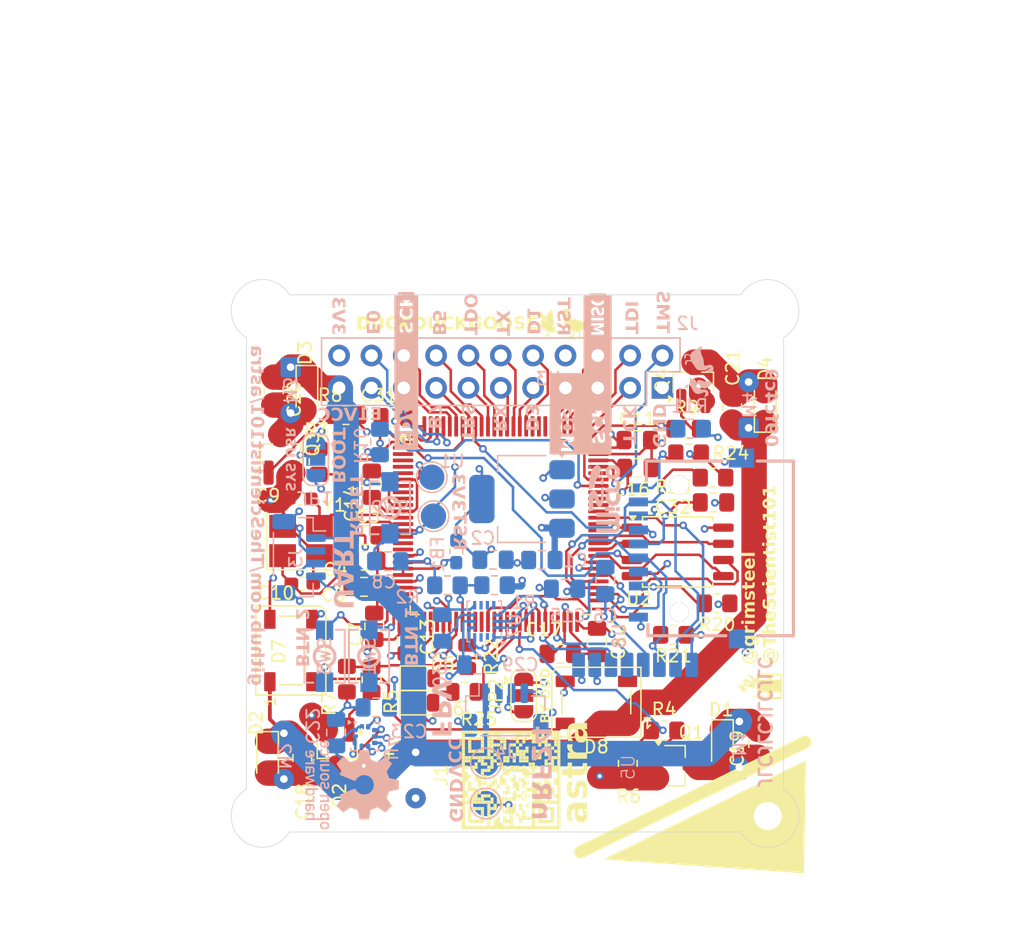
<source format=kicad_pcb>
(kicad_pcb (version 20241229) (generator "pcbnew") (generator_version "9.0")
  (layers (0 "F.Cu" signal) (4 "In1.Cu" signal) (6 "In2.Cu" signal) (2 "B.Cu" signal) (13 "F.Paste" user) (15 "B.Paste" user) (5 "F.SilkS" user "F.Silkscreen") (7 "B.SilkS" user "B.Silkscreen") (1 "F.Mask" user) (3 "B.Mask" user) (25 "Edge.Cuts" user))
  (net 0 "")
  (net 1 "+BATT")
  (net 2 "+3.3V")
  (net 3 "VDDA")
  (net 4 "RST")
  (net 5 "HSE_I")
  (net 6 "HSE_O")
  (net 7 "Net-(C16-Pad2)")
  (net 8 "Net-(D2-A)")
  (net 9 "Net-(D1-A)")
  (net 10 "Net-(D3-A)")
  (net 11 "Net-(D4-A)")
  (net 12 "DDG_MAGIC_6")
  (net 15 "TDI")
  (net 16 "TRST")
  (net 17 "TCLK")
  (net 18 "TDO")
  (net 19 "TMS")
  (net 20 "Net-(Q1-G)")
  (net 21 "Net-(Q2-G)")
  (net 22 "Net-(Q3-G)")
  (net 23 "Net-(Q4-G)")
  (net 24 "BAT_MEASURE")
  (net 25 "BOOT")
  (net 26 "MOTOR1")
  (net 27 "MOTOR2")
  (net 28 "MOTOR3")
  (net 29 "MOTOR4")
  (net 30 "FLASH_IO_3")
  (net 31 "QSPI_CLK")
  (net 32 "FLASH_IO_2")
  (net 33 "FLASH_CS")
  (net 34 "FLASH_IO_0")
  (net 35 "FLASH_IO_1")
  (net 36 "SPI2_MOSI")
  (net 37 "SPI2_CLK")
  (net 39 "NRF_CS")
  (net 41 "DDG_MAGIC_2")
  (net 43 "UART4_TX")
  (net 44 "SPI2_MISO")
  (net 45 "NRF_CE")
  (net 48 "DDG_MAGIC_5")
  (net 49 "DDG_MAGIC_4")
  (net 50 "UART4_RX")
  (net 53 "DDG_MAGIC_3")
  (net 55 "Net-(D5-A)")
  (net 61 "DDG_MAGIC_1")
  (net 69 "GND")
  (net 71 "Net-(U8-DAT2)")
  (net 72 "Net-(U8-DAT1)")
  (net 76 "Net-(JP1-C)")
  (net 77 "Net-(D6-A)")
  (net 78 "STATUS_LED_1")
  (net 79 "STATUS_LED_2")
  (net 80 "I2C1_SDA")
  (net 81 "SPI3_MOSI")
  (net 82 "SPI3_MISO")
  (net 83 "SPI3_CLK")
  (net 84 "I2C1_SCK")
  (net 85 "BTN1")
  (net 86 "BTN2")
  (net 87 "Net-(D7-DOUT)")
  (net 88 "NEOPIXEL")
  (net 89 "DDG_MAGIC_8")
  (net 90 "DDG_MAGIC_7")
  (net 92 "SPI1_CLK")
  (net 93 "BAR_CS")
  (net 94 "SPI1_MISO")
  (net 95 "SPI1_MOSI")
  (net 97 "SD_CS")
  (net 98 "SD_CD")
  (net 103 "IMU_INT1")
  (net 104 "NRF_IRQ")
  (net 105 "SPI4_MOSI")
  (net 106 "IMU_CS")
  (net 107 "SPI4_SCK")
  (net 108 "SPI4_MISO")
  (net 109 "FPV_VIN")
  (net 110 "OSD_VIN")
  (net 111 "OSD_VOUT")
  (footprint "LOGO" (layer "F.Cu") (at 149.5 38.96)
    (property "Reference" "G***" (hide yes))
    (property "Value" "LOGO" (hide yes))
  )
  (footprint "Resistor_SMD:R_0805_2012Metric_Pad1.20x1.40mm_HandSolder" (layer "F.Cu") (at 161.63 60.95 180)
    (property "Reference" "R20")
    (property "Value" "10k")
  )
  (footprint "Capacitor_SMD:C_0805_2012Metric_Pad1.18x1.45mm_HandSolder" (layer "F.Cu") (at 134.7 62.75 90)
    (property "Reference" "C7")
    (property "Value" "100nF")
  )
  (footprint "LED_SMD:LED_WS2812B_PLCC4_5.0x5.0mm_P3.2mm" (layer "F.Cu") (at 152.15 68.72 180)
    (property "Reference" "D8")
    (property "Value" "WS2812B")
  )
  (footprint "Capacitor_SMD:C_0805_2012Metric_Pad1.18x1.45mm_HandSolder" (layer "F.Cu") (at 155.4125 50.31 180)
    (property "Reference" "C16")
    (property "Value" "0.2uF")
  )
  (footprint "LED_SMD:LED_0805_2012Metric" (layer "F.Cu") (at 138.38 68.75)
    (property "Reference" "D6")
    (property "Value" "LED")
  )
  (footprint "Capacitor_SMD:C_0805_2012Metric_Pad1.18x1.45mm_HandSolder" (layer "F.Cu") (at 133.95 55.6 180)
    (property "Reference" "C3")
    (property "Value" "1uF")
  )
  (footprint "Capacitor_SMD:C_0805_2012Metric_Pad1.18x1.45mm_HandSolder" (layer "F.Cu") (at 164.86 72.0075 -90)
    (property "Reference" "C19")
    (property "Value" "100nF")
  )
  (footprint "Capacitor_SMD:C_0805_2012Metric_Pad1.18x1.45mm_HandSolder" (layer "F.Cu") (at 152.2 63.95 -90)
    (property "Reference" "C12")
    (property "Value" "100nF")
  )
  (footprint "LED_SMD:LED_WS2812B_PLCC4_5.0x5.0mm_P3.2mm" (layer "F.Cu") (at 128.15 64.65 90)
    (property "Reference" "D7")
    (property "Value" "WS2812B")
  )
  (footprint "MountingHole:MountingHole_2.2mm_M2" (layer "F.Cu") (at 165.61 37.96)
    (property "Reference" "REF**" (hide yes))
    (property "Value" "MountingHole_2.2mm_M2")
  )
  (footprint "Capacitor_SMD:C_0805_2012Metric_Pad1.18x1.45mm_HandSolder" (layer "F.Cu") (at 149.31 64.91 180)
    (property "Reference" "C17")
    (property "Value" "0.2uF")
  )
  (footprint "Resistor_SMD:R_0805_2012Metric_Pad1.20x1.40mm_HandSolder" (layer "F.Cu") (at 159.25 47.23)
    (property "Reference" "R9")
    (property "Value" "220")
  )
  (footprint "Package_TO_SOT_SMD:SOT-23_Handsoldering" (layer "F.Cu") (at 159.77 43.55 90)
    (property "Reference" "Q4")
    (property "Value" "AO3400A")
  )
  (footprint "lcsc:qrcode" (layer "F.Cu") (at 145.45 74.82 90)
    (property "Reference" "QR*****" (hide yes))
    (property "Value" "https://github.com/TheScientist101/astra" (hide yes))
  )
  (footprint "Diode_SMD:D_SOD-323_HandSoldering" (layer "F.Cu") (at 162.05 72.1 -90)
    (property "Reference" "D1")
    (property "Value" "1N4148")
  )
  (footprint "Resistor_SMD:R_0805_2012Metric_Pad1.20x1.40mm_HandSolder" (layer "F.Cu") (at 154.62 73.52 -90)
    (property "Reference" "R6")
    (property "Value" "10k")
  )
  (footprint "Capacitor_SMD:C_0805_2012Metric_Pad1.18x1.45mm_HandSolder" (layer "F.Cu") (at 155.36 48.12)
    (property "Reference" "C11")
    (property "Value" "100nF")
  )
  (footprint "Package_SO:SOIC-8_5.3x5.3mm_P1.27mm" (layer "F.Cu") (at 158.5375 56.905)
    (property "Reference" "U2")
    (property "Value" "W25Q64JVSSIQ_C179171")
  )
  (footprint "Capacitor_SMD:C_0603_1608Metric_Pad1.08x0.95mm_HandSolder" (layer "F.Cu") (at 129.05 59.4)
    (property "Reference" "C10")
    (property "Value" "3.9pF")
  )
  (footprint "Capacitor_SMD:C_0603_1608Metric_Pad1.08x0.95mm_HandSolder" (layer "F.Cu") (at 128.8525 52.72)
    (property "Reference" "C9")
    (property "Value" "3.9pF")
  )
  (footprint "LOGO" (layer "F.Cu") (at 165.75762 67.464761 90)
    (property "Reference" "G***" (hide yes))
    (property "Value" "LOGO" (hide yes))
  )
  (footprint "Capacitor_SMD:C_0805_2012Metric_Pad1.18x1.45mm_HandSolder" (layer "F.Cu") (at 126.81 44.21 -90)
    (property "Reference" "C20")
    (property "Value" "100nF")
  )
  (footprint "Diode_SMD:D_SOD-323_HandSoldering" (layer "F.Cu") (at 126.32 73.0325 -90)
    (property "Reference" "D2")
    (property "Value" "1N4148")
  )
  (footprint "Capacitor_SMD:C_0805_2012Metric_Pad1.18x1.45mm_HandSolder" (layer "F.Cu") (at 134.5 51.5875 90)
    (property "Reference" "C14")
    (property "Value" "100nF")
  )
  (footprint "Resistor_SMD:R_0805_2012Metric" (layer "F.Cu") (at 141.79 67.9)
    (property "Reference" "R25")
    (property "Value" "1k")
  )
  (footprint "Package_QFP:LQFP-100_14x14mm_P0.5mm" (layer "F.Cu") (at 144.634151 54.719938)
    (property "Reference" "U3")
    (property "Value" "STM32H750VBTx")
  )
  (footprint "Resistor_SMD:R_0805_2012Metric_Pad1.20x1.40mm_HandSolder" (layer "F.Cu") (at 161.31 51.07 180)
    (property "Reference" "R23")
    (property "Value" "10k")
  )
  (footprint "Capacitor_SMD:C_0805_2012Metric_Pad1.18x1.45mm_HandSolder" (layer "F.Cu") (at 136.2725 46.32 180)
    (property "Reference" "C31")
    (property "Value" "100nF")
  )
  (footprint "LED_SMD:LED_0805_2012Metric" (layer "F.Cu") (at 138.42 66.83)
    (property "Reference" "D5")
    (property "Value" "LED")
  )
  (footprint "Capacitor_SMD:C_0805_2012Metric_Pad1.18x1.45mm_HandSolder" (layer "F.Cu") (at 133.9 59.65)
    (property "Reference" "C5")
    (property "Value" "1uF")
  )
  (footprint "Resistor_SMD:R_0805_2012Metric" (layer "F.Cu") (at 142 65.1425 90)
    (property "Reference" "R22")
    (property "Value" "1k")
  )
  (footprint "Resistor_SMD:R_0805_2012Metric_Pad1.20x1.40mm_HandSolder" (layer "F.Cu") (at 130.33 49.81 -90)
    (property "Reference" "R3")
    (property "Value" "10k")
  )
  (footprint "Package_TO_SOT_SMD:SOT-23_Handsoldering" (layer "F.Cu") (at 158.37 73.7)
    (property "Reference" "Q1")
    (property "Value" "AO3400A")
  )
  (footprint "Capacitor_SMD:C_0805_2012Metric_Pad1.18x1.45mm_HandSolder" (layer "F.Cu") (at 129.05 73.09 -90)
    (property "Reference" "C18")
    (property "Value" "100nF")
  )
  (footprint "Capacitor_SMD:C_0805_2012Metric_Pad1.18x1.45mm_HandSolder" (layer "F.Cu") (at 161.35 53.02)
    (property "Reference" "C32")
    (property "Value" "100nF")
  )
  (footprint "MountingHole:MountingHole_2.2mm_M2" (layer "F.Cu") (at 125.91 77.66)
    (property "Reference" "REF**" (hide yes))
    (property "Value" "MountingHole_2.2mm_M2")
  )
  (footprint "Resistor_SMD:R_0805_2012Metric_Pad1.20x1.40mm_HandSolder" (layer "F.Cu") (at 134.49 66.94 -90)
    (property "Reference" "R5")
    (property "Value" "220")
  )
  (footprint "MountingHole:MountingHole_2.2mm_M2" (layer "F.Cu") (at 125.91 37.96)
    (property "Reference" "REF**" (hide yes))
    (property "Value" "MountingHole_2.2mm_M2")
  )
  (footprint "Package_TO_SOT_SMD:SOT-23_Handsoldering" (layer "F.Cu") (at 127.35 49.18 90)
    (property "Reference" "Q3")
    (property "Value" "AO3400A")
  )
  (footprint "Resistor_SMD:R_0805_2012Metric_Pad1.20x1.40mm_HandSolder" (layer "F.Cu") (at 157.47 70.93)
    (property "Reference" "R4")
    (property "Value" "220")
  )
  (footprint "Capacitor_SMD:C_0805_2012Metric_Pad1.18x1.45mm_HandSolder" (layer "F.Cu") (at 133.95 57.6 180)
    (property "Reference" "C4")
    (property "Value" "100nF")
  )
  (footprint "Connector_Wire:SolderWire-0.1sqmm_1x02_P3.6mm_D0.4mm_OD1mm" (layer "F.Cu") (at 137.95 72.65 -90)
    (property "Reference" "J1")
    (property "Value" "Conn_01x02_Pin")
  )
  (footprint "Resistor_SMD:R_0805_2012Metric_Pad1.20x1.40mm_HandSolder" (layer "F.Cu") (at 158.2 63.42 180)
    (property "Reference" "R21")
    (property "Value" "10k")
  )
  (footprint "Resistor_SMD:R_0805_2012Metric_Pad1.20x1.40mm_HandSolder" (layer "F.Cu") (at 132.55 66.9 -90)
    (property "Reference" "R7")
    (property "Value" "10k")
  )
  (footprint "Package_TO_SOT_SMD:SOT-23_Handsoldering" (layer "F.Cu") (at 131.7975 72.37 -90)
    (property "Reference" "Q2")
    (property "Value" "AO3400A")
  )
  (footprint "Resistor_SMD:R_0805_2012Metric_Pad1.20x1.40mm_HandSolder" (layer "F.Cu") (at 159.39 49.16 180)
    (property "Reference" "R24")
    (property "Value" "10k")
  )
  (footprint "Diode_SMD:D_SOD-323_HandSoldering" (layer "F.Cu") (at 165.41 45.49 90)
    (property "Reference" "D4")
    (property "Value" "1N4148")
  )
  (footprint "Resistor_SMD:R_0805_2012Metric_Pad1.20x1.40mm_HandSolder" (layer "F.Cu") (at 132.48 46.16 180)
    (property "Reference" "R8")
    (property "Value" "220")
  )
  (footprint "LOGO" (layer "F.Cu") (at 164.212736 67.336138 90)
    (property "Reference" "G***" (hide yes))
    (property "Value" "LOGO" (hide yes))
  )
  (footprint "Capacitor_SMD:C_0805_2012Metric_Pad1.18x1.45mm_HandSolder" (layer "F.Cu") (at 162.82 45.54 90)
    (property "Reference" "C21")
    (property "Value" "100nF")
  )
  (footprint "Diode_SMD:D_SOD-323_HandSoldering" (layer "F.Cu") (at 129.41 44.2725 -90)
    (property "Reference" "D3")
    (property "Value" "1N4148")
  )
  (footprint "Jumper:SolderJumper-3_P1.3mm_Open_RoundedPad1.0x1.5mm" (layer "F.Cu") (at 146.44 68.19 -90)
    (property "Reference" "JP2")
    (property "Value" "SolderJumper_3_Open")
  )
  (footprint "MountingHole:MountingHole_2.2mm_M2" (layer "F.Cu") (at 165.61 77.66)
    (property "Reference" "REF**" (hide yes))
    (property "Value" "MountingHole_2.2mm_M2")
  )
  (footprint "Capacitor_SMD:C_0805_2012Metric_Pad1.18x1.45mm_HandSolder" (layer "F.Cu") (at 137.25 63.84 90)
    (property "Reference" "C13")
    (property "Value" "100nF")
  )
  (footprint "Crystal:Crystal_SMD_3225-4Pin_3.2x2.5mm_HandSoldering" (layer "F.Cu") (at 128.95 56.05)
    (property "Reference" "Y1")
    (property "Value" "25 MHz")
  )
  (footprint "lcsc:SW-SMD_L4.0-W2.9-LS5.0" (layer "B.Cu") (at 130.8 65.1 90)
    (property "Reference" "SW3")
    (property "Value" "SW_Push")
  )
  (footprint "Resistor_SMD:R_0805_2012Metric_Pad1.20x1.40mm_HandSolder" (layer "B.Cu") (at 159.55 47.23)
    (property "Reference" "R11")
    (property "Value" "10k")
  )
  (footprint "Package_TO_SOT_SMD:SOT-223-3_TabPin2" (layer "B.Cu") (at 146.3 52.75 180)
    (property "Reference" "U1")
    (property "Value" "TLV1117LV33DCYR")
  )
  (footprint "Capacitor_SMD:C_0805_2012Metric_Pad1.18x1.45mm_HandSolder" (layer "B.Cu") (at 149.65 59.8 180)
    (property "Reference" "C15")
    (property "Value" "4.7uF")
  )
  (footprint "Capacitor_SMD:C_0805_2012Metric_Pad1.18x1.45mm_HandSolder" (layer "B.Cu") (at 140.03 62.88 -90)
    (property "Reference" "C30")
    (property "Value" "100nF")
  )
  (footprint "Capacitor_SMD:C_0805_2012Metric_Pad1.18x1.45mm_HandSolder" (layer "B.Cu") (at 134.86 69.12)
    (property "Reference" "C23")
    (property "Value" "100nF")
  )
  (footprint "Capacitor_SMD:C_0805_2012Metric_Pad1.18x1.45mm_HandSolder" (layer "B.Cu") (at 144.03 57.52)
    (property "Reference" "C2")
    (property "Value" "10uF")
  )
  (footprint "Resistor_SMD:R_0805_2012Metric_Pad1.20x1.40mm_HandSolder" (layer "B.Cu") (at 135.15 48.27 -90)
    (property "Reference" "R10")
    (property "Value" "10k")
  )
  (footprint "LOGO" (layer "B.Cu") (at 132.95 75.2 90)
    (property "Reference" "G***" (hide yes))
    (property "Value" "LOGO" (hide yes))
  )
  (footprint "Resistor_SMD:R_0805_2012Metric_Pad1.20x1.40mm_HandSolder" (layer "B.Cu") (at 144.15 59.52)
    (property "Reference" "R1")
    (property "Value" "100k")
  )
  (footprint "TestPoint:TestPoint_Pad_D2.0mm" (layer "B.Cu") (at 139.35 54.1 180)
    (property "Reference" "TP3" (hide yes))
    (property "Value" "TP_RST" (hide yes))
  )
  (footprint "Capacitor_SMD:C_0805_2012Metric_Pad1.18x1.45mm_HandSolder" (layer "B.Cu") (at 152.85 59.15 -90)
    (property "Reference" "C6")
    (property "Value" "100nF")
  )
  (footprint "Connector_PinHeader_2.54mm:PinHeader_2x11_P2.54mm_Vertical" (layer "B.Cu") (at 157.34 44.02 90)
    (property "Reference" "J2")
    (property "Value" "Conn_02x11_Odd_Even")
  )
  (footprint "Connector_Wire:SolderWire-0.1sqmm_1x02_P3.6mm_D0.4mm_OD1mm" (layer "B.Cu") (at 163.38 70.23 -90)
    (property "Reference" "M1")
    (property "Value" "Motor_DC")
  )
  (footprint "Connector_Wire:SolderWire-0.1sqmm_1x02_P3.6mm_D0.4mm_OD1mm" (layer "B.Cu") (at 127.6 71.15 -90)
    (property "Reference" "M2")
    (property "Value" "Motor_DC")
  )
  (footprint "Capacitor_SMD:C_0805_2012Metric_Pad1.18x1.45mm_HandSolder" (layer "B.Cu") (at 135.7625 57.64)
    (property "Reference" "C8")
    (property "Value" "100nF")
  )
  (footprint "TestPoint:TestPoint_Pad_D2.0mm" (layer "B.Cu") (at 143.45 76.67 180)
    (property "Reference" "TP4" (hide yes))
    (property "Value" "TP_GND")
  )
  (footprint "Package_LGA:ST_HLGA-10_2x2mm_P0.5mm_LayoutBorder3x2y" (layer "B.Cu") (at 133.9725 71.41 -90)
    (property "Reference" "U4")
    (property "Value" "BMP388")
  )
  (footprint "Connector_Wire:SolderWire-0.1sqmm_1x02_P3.6mm_D0.4mm_OD1mm" (layer "B.Cu") (at 164.11 47.16 90)
    (property "Reference" "M4")
    (property "Value" "Motor_DC")
  )
  (footprint "Capacitor_SMD:C_0805_2012Metric_Pad1.18x1.45mm_HandSolder" (layer "B.Cu") (at 131.7 71.1 -90)
    (property "Reference" "C22")
    (property "Value" "100nF")
  )
  (footprint "Connector_JST:JST_SH_BM04B-SRSS-TB_1x04-1MP_P1.00mm_Vertical" (layer "B.Cu") (at 128.79 57.32 -90)
    (property "Reference" "J3")
    (property "Value" "Conn_01x04_MountingPin")
  )
  (footprint "Capacitor_SMD:C_0805_2012Metric_Pad1.18x1.45mm_HandSolder" (layer "B.Cu") (at 147.8675 57.54)
    (property "Reference" "C1")
    (property "Value" "10uF")
  )
  (footprint "Inductor_SMD:L_0603_1608Metric_Pad1.05x0.95mm_HandSolder" (layer "B.Cu") (at 141.14 56.88 -90)
    (property "Reference" "FB1")
    (property "Value" "601T05")
  )
  (footprint "LOGO" (layer "B.Cu") (at 152.79 52.75 90)
    (property "Reference" "G***" (hide yes))
    (property "Value" "LOGO" (hide yes))
  )
  (footprint "Capacitor_SMD:C_0805_2012Metric_Pad1.18x1.45mm_HandSolder" (layer "B.Cu") (at 142.81 65.75 180)
    (property "Reference" "C29")
    (property "Value" "100nF")
  )
  (footprint "lcsc:nRF24L01_SMD_Breakout" (layer "B.Cu") (at 155.15 73.8275 -90)
    (property "Reference" "U5")
    (property "Value" "NRF24L01_Breakout")
  )
  (footprint "Jumper:SolderJumper-3_P1.3mm_Open_RoundedPad1.0x1.5mm" (layer "B.Cu") (at 130.1075 49.64 -90)
    (property "Reference" "JP1")
    (property "Value" "SolderJumper_3_Open")
  )
  (footprint "TestPoint:TestPoint_Pad_D2.0mm" (layer "B.Cu") (at 139.22 51.04 90)
    (property "Reference" "TP2" (hide yes))
    (property "Value" "TP_3.3" (hide yes))
  )
  (footprint "Resistor_SMD:R_0805_2012Metric_Pad1.20x1.40mm_HandSolder" (layer "B.Cu") (at 140.45 59.53)
    (property "Reference" "R2")
    (property "Value" "100k")
  )
  (footprint "lcsc:SIM-SMD_HYCW110-TF10-180B" (layer "B.Cu") (at 159.5 56.63 -90)
    (property "Reference" "U8")
    (property "Value" "HYCW110-TF10-180B")
  )
  (footprint "lcsc:SW-SMD_L4.0-W2.9-LS5.0" (layer "B.Cu") (at 134.29 65.11 90)
    (property "Reference" "SW1")
    (property "Value" "SW_Push")
  )
  (footprint "LOGO" (layer "B.Cu") (at 160.19 42.75 90)
    (property "Reference" "G***" (hide yes))
    (property "Value" "LOGO" (hide yes))
  )
  (footprint "TestPoint:TestPoint_Pad_D2.0mm" (layer "B.Cu") (at 143.47 73.51 180)
    (property "Reference" "TP1" (hide yes))
    (property "Value" "TP_BAT")
  )
  (footprint "lcsc:SW-SMD_L4.0-W2.9-LS5.0" (layer "B.Cu") (at 135.93 53.44 -90)
    (property "Reference" "SW2")
    (property "Value" "SW_Push")
  )
  (footprint "Connector_Wire:SolderWire-0.1sqmm_1x02_P3.6mm_D0.4mm_OD1mm" (layer "B.Cu") (at 128.13 42.3925 -90)
    (property "Reference" "M3")
    (property "Value" "Motor_DC")
  )
  (footprint "Package_LGA:Bosch_LGA-14_3x2.5mm_P0.5mm" (layer "B.Cu") (at 143.34 62.36 90)
    (property "Reference" "U7")
    (property "Value" "BMI270")
  )
  (footprint "Connector_JST:JST_SH_BM04B-SRSS-TB_1x04-1MP_P1.00mm_Vertical" (layer "B.Cu") (at 144.99 69.33)
    (property "Reference" "J4")
    (property "Value" "Conn_01x04_MountingPin")
  )
  (gr_poly (pts (xy 152.89 81.02) (xy 168.565 73.36) (xy 168.41 82.087071) (xy 168.4 82.097071)) (stroke (width 0.1)) (fill yes) (layer "F.SilkS"))
  (gr_line (start 150.9 80.48) (end 168.565 71.84) (stroke (width 1)) (layer "F.SilkS"))
  (gr_line (start 166.86 40.081232) (end 166.86 75.550001) (stroke (width 0.05)) (layer "Edge.Cuts"))
  (gr_arc (start 166.86 75.55) (mid 167.334972 79.398016) (end 163.488768 78.908592) (stroke (width 0.05)) (layer "Edge.Cuts"))
  (gr_line (start 128.03 36.71) (end 163.5 36.710002) (stroke (width 0.05)) (layer "Edge.Cuts"))
  (gr_arc (start 124.66207 40.068592) (mid 124.187098 36.220576) (end 128.033302 36.71) (stroke (width 0.05)) (layer "Edge.Cuts"))
  (gr_arc (start 128.02 78.91) (mid 124.171984 79.384972) (end 124.661408 75.538768) (stroke (width 0.05)) (layer "Edge.Cuts"))
  (gr_arc (start 163.5 36.71) (mid 167.348016 36.235028) (end 166.858592 40.081232) (stroke (width 0.05)) (layer "Edge.Cuts"))
  (gr_line (start 163.488768 78.908532) (end 128.019165 78.909873) (stroke (width 0.05)) (layer "Edge.Cuts"))
  (gr_line (start 124.661468 75.538768) (end 124.662071 40.068592) (stroke (width 0.05)) (layer "Edge.Cuts"))
  (gr_text "BY OSD" (at 148.62 68.19 90) (layer "F.SilkS") (effects (font (size 0.75 0.75) (thickness 0.1875) (bold yes)) (justify bottom)))
  (gr_text "+   -" (at 135.22 72.19 270) (layer "F.SilkS") (effects (font (size 1 1) (thickness 0.25) (bold yes)) (justify left bottom)))
  (gr_text "@TheScientist101" (at 166.4 65.78 90) (layer "F.SilkS") (effects (font (size 1 1) (thickness 0.25) (bold yes)) (justify left bottom)))
  (gr_text "@grimsteel" (at 164.75762 65.77 90) (layer "F.SilkS") (effects (font (size 1 1) (thickness 0.25) (bold yes)) (justify left bottom)))
  (gr_text "DUCKDUCKGOOSE™" (at 133.26 39.6 0) (layer "F.SilkS") (effects (font (size 1 1) (thickness 0.3) (bold yes)) (justify left bottom)))
  (gr_text "astra" (at 151.76 78.28 90) (layer "F.SilkS") (effects (font (size 2 2) (thickness 0.4) (bold yes)) (justify left bottom)))
  (gr_text "TCK" (at 154.09 48.47 270) (layer "B.SilkS") (effects (font (size 1 1) (thickness 0.2) (bold yes)) (justify left bottom mirror)))
  (gr_text "SCK" (at 151.66 48.44 270) (layer "B.SilkS" knockout) (effects (font (size 1 1) (thickness 0.2) (bold yes)) (justify left bottom mirror)))
  (gr_text "RX" (at 143.93 47.49 270) (layer "B.SilkS") (effects (font (size 1 1) (thickness 0.2) (bold yes)) (justify left bottom mirror)))
  (gr_text "RESET" (at 132.642661 55.677403 270) (layer "B.SilkS") (effects (font (size 1 1) (thickness 0.25) (bold yes)) (justify left bottom mirror)))
  (gr_text "GND" (at 156.43 48.72 270) (layer "B.SilkS") (effects (font (size 1 1) (thickness 0.2) (bold yes)) (justify left bottom mirror)))
  (gr_text "3V3" (at 140.66 53.74 270) (layer "B.SilkS") (effects (font (size 1 1) (thickness 0.125) (bold yes)) (justify left bottom mirror)))
  (gr_text "TRS" (at 141.41 48.21 270) (layer "B.SilkS") (effects (font (size 1 1) (thickness 0.2) (bold yes)) (justify left bottom mirror)))
  (gr_text "TMS" (at 156.72 39.73 270) (layer "B.SilkS") (effects (font (size 1 1) (thickness 0.2) (bold yes)) (justify left bottom mirror)))
  (gr_text "09fc4c9" (at 165.25 48.66 270) (layer "B.SilkS") (effects (font (size 1 1) (thickness 0.2) (bold yes)) (justify left bottom mirror)))
  (gr_text "D1" (at 146.57 39.85 270) (layer "B.SilkS") (effects (font (size 1 1) (thickness 0.2) (bold yes)) (justify left bottom mirror)))
  (gr_text "GND" (at 140.47 78.16 270) (layer "B.SilkS") (effects (font (size 1 1) (thickness 0.125) (bold yes)) (justify left bottom mirror)))
  (gr_text "MOSI" (at 149.19 49.11 270) (layer "B.SilkS" knockout) (effects (font (size 1 1) (thickness 0.2) (bold yes)) (justify left bottom mirror)))
  (gr_text "D3" (at 146.45 47.45 270) (layer "B.SilkS") (effects (font (size 1 1) (thickness 0.2) (bold yes)) (justify left bottom mirror)))
  (gr_text "BTN 2" (at 128.4 65.96 270) (layer "B.SilkS") (effects (font (size 1 1) (thickness 0.25) (bold yes)) (justify left bottom mirror)))
  (gr_text "VCC" (at 140.38 74.61 270) (layer "B.SilkS") (effects (font (size 1 1) (thickness 0.125) (bold yes)) (justify left bottom mirror)))
  (gr_text "RST" (at 140.77 56.81 270) (layer "B.SilkS") (effects (font (size 1 1) (thickness 0.125) (bold yes)) (justify left bottom mirror)))
  (gr_text "VCC" (at 133.38 46.77 0) (layer "B.SilkS") (effects (font (size 1 1) (thickness 0.2) (bold yes)) (justify left bottom mirror)))
  (gr_text "B7" (at 138.82 47.28 270) (layer "B.SilkS") (effects (font (size 1 1) (thickness 0.2) (bold yes)) (justify left bottom mirror)))
  (gr_text "TDI" (at 154.26 39.81 270) (layer "B.SilkS") (effects (font (size 1 1) (thickness 0.2) (bold yes)) (justify left bottom mirror)))
  (gr_text "SDA" (at 136.53 48.55 270) (layer "B.SilkS" knockout) (effects (font (size 1 1) (thickness 0.2) (bold yes)) (justify left bottom mirror)))
  (gr_text "github.com/TheScientist101/astra" (at 124.86 67.42 270) (layer "B.SilkS") (effects (font (size 1 1) (thickness 0.2) (bold yes)) (justify left bottom mirror)))
  (gr_text "3V3" (at 131.24 39.88 270) (layer "B.SilkS") (effects (font (size 1 1) (thickness 0.2) (bold yes)) (justify left bottom mirror)))
  (gr_text "MISO" (at 151.58 39.94 270) (layer "B.SilkS" knockout) (effects (font (size 1 0.8) (thickness 0.2) (bold yes)) (justify left bottom mirror)))
  (gr_text "BOOT" (at 131.25 49.32 270) (layer "B.SilkS") (effects (font (size 1 1) (thickness 0.2) (bold yes)) (justify bottom mirror)))
  (gr_text "JLCJLCJLCJLC" (at 164.78 75.54 270) (layer "B.SilkS") (effects (font (size 1 1) (thickness 0.2) (bold yes)) (justify left bottom mirror)))
  (gr_text "UART" (at 131.3 61.44 270) (layer "B.SilkS") (effects (font (size 1.5 1.5) (thickness 0.125) (bold yes)) (justify left bottom mirror)))
  (gr_text "TDO" (at 141.62 39.88 270) (layer "B.SilkS") (effects (font (size 1 1) (thickness 0.2) (bold yes)) (justify left bottom mirror)))
  (gr_text "FPV" (at 139 71.52 270) (layer "B.SilkS") (effects (font (size 1.5 1.5) (thickness 0.125) (bold yes)) (justify left bottom mirror)))
  (gr_text "BTN 1" (at 136.94 65.89 270) (layer "B.SilkS") (effects (font (size 1 1) (thickness 0.25) (bold yes)) (justify left bottom mirror)))
  (gr_text "SCK" (at 136.54 39.76 270) (layer "B.SilkS" knockout) (effects (font (size 1 1) (thickness 0.2) (bold yes)) (justify left bottom mirror)))
  (gr_text "E1" (at 135.31 46.72 0) (layer "B.SilkS") (effects (font (size 1 1) (thickness 0.2) (bold yes)) (justify left bottom mirror)))
  (gr_text "RST" (at 148.93 39.94 270) (layer "B.SilkS") (effects (font (size 1 1) (thickness 0.2) (bold yes)) (justify left bottom mirror)))
  (gr_text "E0" (at 133.95 39.84 270) (layer "B.SilkS") (effects (font (size 1 1) (thickness 0.2) (bold yes)) (justify left bottom mirror)))
  (gr_text "TX" (at 144.16 39.95 270) (layer "B.SilkS") (effects (font (size 1 1) (thickness 0.2) (bold yes)) (justify left bottom mirror)))
  (gr_text "nRF24" (at 146.85 78 270) (layer "B.SilkS") (effects (font (size 1.5 1.5) (thickness 0.25) (bold yes)) (justify left bottom mirror)))
  (gr_text "SYS USR" (at 127.63 49.63 270) (layer "B.SilkS") (effects (font (size 0.75 0.75) (thickness 0.1875) (bold yes)) (justify bottom mirror)))
  (gr_text "B5" (at 139.15 39.91 270) (layer "B.SilkS") (effects (font (size 1 1) (thickness 0.2) (bold yes)) (justify left bottom mirror)))
  (segment (start 128.014816 71.15) (end 128.917316 72.0525) (width 2) (layer "F.Cu") (net 1))
  (segment (start 126.81 43.1725) (end 127.35 43.1725) (width 2) (layer "F.Cu") (net 1))
  (segment (start 163.38 70.23) (end 162.67 70.23) (width 2) (layer "F.Cu") (net 1))
  (segment (start 164.246 70.23) (end 164.86 70.844) (width 2) (layer "F.Cu") (net 1))
  (segment (start 128.13 42.3925) (end 128.93 42.3925) (width 2) (layer "F.Cu") (net 1))
  (segment (start 127.35 43.1725) (end 128.13 42.3925) (width 2) (layer "F.Cu") (net 1))
  (segment (start 154.6 69.94105) (end 154.6 70.37) (width 2) (layer "F.Cu") (net 1))
  (segment (start 126.32 71.7825) (end 126.9675 71.7825) (width 2) (layer "F.Cu") (net 1))
  (segment (start 164.11 47.16) (end 163.2765 47.16) (width 2) (layer "F.Cu") (net 1))
  (segment (start 128.13 42.3925) (end 128.78 42.3925) (width 2) (layer "F.Cu") (net 1))
  (segment (start 163.2765 47.16) (end 162.82 46.7035) (width 2) (layer "F.Cu") (net 1))
  (segment (start 152.548242 70.37) (end 150.268242 72.65) (width 2) (layer "F.Cu") (net 1))
  (segment (start 128.93 42.3925) (end 130.5775 44.04) (width 2) (layer "F.Cu") (net 1))
  (segment (start 126.5 70.05) (end 127.6 71.15) (width 0.3) (layer "F.Cu") (net 1))
  (segment (start 164.5395 47.5895) (end 164.5395 61.95) (width 2) (layer "F.Cu") (net 1))
  (segment (start 163.38 70.23) (end 164.246 70.23) (width 2) (layer "F.Cu") (net 1))
  (segment (start 164.5395 61.95) (end 157.7685 68.721) (width 2) (layer "F.Cu") (net 1))
  (segment (start 157.7685 68.721) (end 155.82005 68.721) (width 2) (layer "F.Cu") (net 1))
  (segment (start 154.6 70.37) (end 152.548242 70.37) (width 2) (layer "F.Cu") (net 1))
  (segment (start 155.82005 68.721) (end 154.6 69.94105) (width 2) (layer "F.Cu") (net 1))
  (segment (start 164.11 47.16) (end 164.5395 47.5895) (width 2) (layer "F.Cu") (net 1))
  (segment (start 128.78 42.3925) (end 129.41 43.0225) (width 2) (layer "F.Cu") (net 1))
  (segment (start 127.6 71.15) (end 128.014816 71.15) (width 2) (layer "F.Cu") (net 1))
  (segment (start 164.939 47.16) (end 165.359 46.74) (width 2) (layer "F.Cu") (net 1))
  (segment (start 130.5775 44.04) (end 132.03 44.04) (width 2) (layer "F.Cu") (net 1))
  (segment (start 164.11 47.16) (end 164.939 47.16) (width 2) (layer "F.Cu") (net 1))
  (segment (start 126.9675 71.7825) (end 127.6 71.15) (width 2) (layer "F.Cu") (net 1))
  (segment (start 150.268242 72.65) (end 137.95 72.65) (width 2) (layer "F.Cu") (net 1))
  (segment (start 126.5 67.1) (end 126.5 70.05) (width 0.3) (layer "F.Cu") (net 1))
  (segment (start 162.67 70.23) (end 162.05 70.85) (width 2) (layer "F.Cu") (net 1))
  (via (at 147.85 55) (size 0.6) (drill 0.3) (layers "F.Cu" "B.Cu") (net 1))
  (via (at 146.32 59.15) (size 0.6) (drill 0.3) (layers "F.Cu" "B.Cu") (net 1))
  (segment (start 132.03 44.04) (end 132.03 45.5) (width 2) (layer "B.Cu") (net 1))
  (segment (start 146.212373 59.620376) (end 145.250376 59.620376) (width 0.5) (layer "B.Cu") (net 1))
  (segment (start 137.79 66.208265) (end 137.79 72.49) (width 2) (layer "B.Cu") (net 1))
  (segment (start 137.13 72.65) (end 137.95 72.65) (width 2) (layer "B.Cu") (net 1))
  (segment (start 133.93 59.76) (end 135.36 59.76) (width 2) (layer "B.Cu") (net 1))
  (segment (start 148.875 57.7) (end 148.875 55.625) (width 0.5) (layer "B.Cu") (net 1))
  (segment (start 135.36 59.76) (end 137.74 62.14) (width 2) (layer "B.Cu") (net 1))
  (segment (start 148.875 55.625) (end 149.45 55.05) (width 0.5) (layer "B.Cu") (net 1))
  (segment (start 137.74 62.14) (end 137.74 66.158265) (width 2) (layer "B.Cu") (net 1))
  (segment (start 132.493918 58.323918) (end 133.93 59.76) (width 2) (layer "B.Cu") (net 1))
  (segment (start 143.47 73.51) (end 143.47 68.025) (width 0.5) (layer "B.Cu") (net 1))
  (segment (start 147.85 55) (end 148.89 55) (width 0.5) (layer "B.Cu") (net 1))
  (segment (start 146.32 59.512749) (end 146.212373 59.620376) (width 0.5) (layer "B.Cu") (net 1))
  (segment (start 137.95 72.65) (end 138.05 72.75) (width 2) (layer "B.Cu") (net 1))
  (segment (start 149.45 55.05) (end 147.9 55.05) (width 0.5) (layer "B.Cu") (net 1))
  (segment (start 131.84 75.39) (end 134.39 75.39) (width 2) (layer "B.Cu") (net 1))
  (segment (start 138.05 72.75) (end 160.86 72.75) (width 2) (layer "B.Cu") (net 1))
  (segment (start 132.493918 55.903561) (end 132.493918 45.963918) (width 2) (layer "B.Cu") (net 1))
  (segment (start 147.9 55.05) (end 147.85 55) (width 0.5) (layer "B.Cu") (net 1))
  (segment (start 146.32 59.15) (end 146.32 59.512749) (width 0.5) (layer "B.Cu") (net 1))
  (segment (start 160.86 72.75) (end 163.38 70.23) (width 2) (layer "B.Cu") (net 1))
  (segment (start 137.74 66.158265) (end 137.79 66.208265) (width 2) (layer "B.Cu") (net 1))
  (segment (start 137.79 72.49) (end 137.95 72.65) (width 2) (layer "B.Cu") (net 1))
  (segment (start 134.39 75.39) (end 137.13 72.65) (width 2) (layer "B.Cu") (net 1))
  (segment (start 132.410357 55.82) (end 132.493918 55.903561) (width 0.2) (layer "B.Cu") (net 1))
  (segment (start 130.115 55.82) (end 132.410357 55.82) (width 0.2) (layer "B.Cu") (net 1))
  (segment (start 127.6 71.15) (end 131.84 75.39) (width 2) (layer "B.Cu") (net 1))
  (segment (start 132.493918 55.903561) (end 132.493918 58.323918) (width 2) (layer "B.Cu") (net 1))
  (segment (start 132.493918 45.963918) (end 132.03 45.5) (width 2) (layer "B.Cu") (net 1))
  (segment (start 135.594938 53.719938) (end 136.959151 53.719938) (width 0.2) (layer "F.Cu") (net 2))
  (segment (start 159.81 49.53) (end 160.58 49.53) (width 0.2) (layer "F.Cu") (net 2))
  (segment (start 139.134151 62.394938) (end 139.134151 63.718349) (width 0.2) (layer "F.Cu") (net 2))
  (segment (start 152.2 62.9125) (end 152.9125 62.9125) (width 0.2) (layer "F.Cu") (net 2))
  (segment (start 158.6 53.02) (end 160.3125 53.02) (width 0.2) (layer "F.Cu") (net 2))
  (segment (start 136.959151 51.219938) (end 137.859938 51.219938) (width 0.2) (layer "F.Cu") (net 2))
  (segment (start 154.3225 48.12) (end 153.74 48.12) (width 0.2) (layer "F.Cu") (net 2))
  (segment (start 136.643528 46.32) (end 136.3225 46.641028) (width 0.2) (layer "F.Cu") (net 2))
  (segment (start 137.31 46.32) (end 136.643528 46.32) (width 0.2) (layer "F.Cu") (net 2))
  (segment (start 152.9125 62.9125) (end 153.37 63.37) (width 0.2) (layer "F.Cu") (net 2))
  (segment (start 162.26 51.14) (end 160.45 49.33) (width 0.2) (layer "F.Cu") (net 2))
  (segment (start 151.151713 62.9125) (end 150.634151 62.394938) (width 0.2) (layer "F.Cu") (net 2))
  (segment (start 160.36 63.42) (end 159.2 63.42) (width 0.2) (layer "F.Cu") (net 2))
  (segment (start 152.2 62.9125) (end 151.151713 62.9125) (width 0.2) (layer "F.Cu") (net 2))
  (segment (start 137.859938 51.219938) (end 137.96 51.32) (width 0.2) (layer "F.Cu") (net 2))
  (segment (start 137.96 51.32) (end 138.255426 51.024574) (width 0.2) (layer "F.Cu") (net 2))
  (segment (start 153.722562 48.719938) (end 154.3225 48.12) (width 0.2) (layer "F.Cu") (net 2))
  (segment (start 137.25 64.8775) (end 136.1925 64.8775) (width 0.2) (layer "F.Cu") (net 2))
  (segment (start 161.73 61.02) (end 162.56 61.02) (width 0.2) (layer "F.Cu") (net 2))
  (segment (start 159.49 49.21) (end 159.81 49.53) (width 0.2) (layer "F.Cu") (net 2))
  (segment (start 138.255426 51.024574) (end 138.255426 50.076637) (width 0.2) (layer "F.Cu") (net 2))
  (segment (start 153.74 48.12) (end 153.29 47.67) (width 0.2) (layer "F.Cu") (net 2))
  (segment (start 139.134151 63.718349) (end 137.975 64.8775) (width 0.2) (layer "F.Cu") (net 2))
  (segment (start 136.1925 64.8775) (end 136.01 65.06) (width 0.2) (layer "F.Cu") (net 2))
  (segment (start 152.309151 48.719938) (end 153.722562 48.719938) (width 0.2) (layer "F.Cu") (net 2))
  (segment (start 137.975 64.8775) (end 137.25 64.8775) (width 0.2) (layer "F.Cu") (net 2))
  (segment (start 137.792975 53.719938) (end 136.959151 53.719938) (width 0.2) (layer "F.Cu") (net 2))
  (segment (start 134.5 52.625) (end 135.594938 53.719938) (width 0.2) (layer "F.Cu") (net 2))
  (segment (start 157.545735 54.074265) (end 158.6 53.02) (width 0.2) (layer "F.Cu") (net 2))
  (segment (start 138.034938 47.044938) (end 137.31 46.32) (width 0.2) (layer "F.Cu") (net 2))
  (segment (start 138.060151 51.420151) (end 138.060151 53.452762) (width 0.2) (layer "F.Cu") (net 2))
  (segment (start 160.75 55) (end 160.65 55.1) (width 0.2) (layer "F.Cu") (net 2))
  (segment (start 162.125 55) (end 160.75 55) (width 0.2) (layer "F.Cu") (net 2))
  (segment (start 138.634151 47.044938) (end 138.034938 47.044938) (width 0.2) (layer "F.Cu") (net 2))
  (segment (start 138.060151 53.452762) (end 137.792975 53.719938) (width 0.2) (layer "F.Cu") (net 2))
  (segment (start 137.96 51.32) (end 138.060151 51.420151) (width 0.2) (layer "F.Cu") (net 2))
  (via (at 153.37 63.37) (size 0.6) (drill 0.3) (layers "F.Cu" "B.Cu") (net 2))
  (via (at 151 66.99) (size 0.6) (drill 0.3) (layers "F.Cu" "B.Cu") (net 2))
  (via (at 157.545735 54.074265) (size 0.6) (drill 0.3) (layers "F.Cu" "B.Cu") (net 2))
  (via (at 153.29 47.67) (size 0.6) (drill 0.3) (layers "F.Cu" "B.Cu") (net 2))
  (via (at 143.9 56.69) (size 0.6) (drill 0.3) (layers "F.Cu" "B.Cu") (net 2))
  (via (at 148.12 52.64) (size 0.6) (drill 0.3) (layers "F.Cu" "B.Cu") (net 2))
  (via (at 152.746927 61.99) (size 0.6) (drill 0.3) (layers "F.Cu" "B.Cu") (net 2))
  (via (at 136.29 66.95) (size 0.6) (drill 0.3) (layers "F.Cu" "B.Cu") (net 2))
  (via (at 160.65 55.1) (size 0.6) (drill 0.3) (layers "F.Cu" "B.Cu") (net 2))
  (via (at 136.3225 46.641028) (size 0.6) (drill 0.3) (layers "F.Cu" "B.Cu") (net 2))
  (via (at 144.859265 65.289265) (size 0.6) (drill 0.3) (layers "F.Cu" "B.Cu") (net 2))
  (via (at 136.01 65.06) (size 0.6) (drill 0.3) (layers "F.Cu" "B.Cu") (net 2))
  (via (at 133.88 73.71) (size 0.6) (drill 0.3) (layers "F.Cu" "B.Cu") (net 2))
  (via (at 159.49 49.21) (size 0.6) (drill 0.3) (layers "F.Cu" "B.Cu") (net 2))
  (via (at 142.95 50.38) (size 0.6) (drill 0.3) (layers "F.Cu" "B.Cu") (net 2))
  (via (at 149.84 60.02) (size 0.6) (drill 0.3) (layers "F.Cu" "B.Cu") (net 2))
  (via (at 138.255426 50.076637) (size 0.6) (drill 0.3) (layers "F.Cu" "B.Cu") (net 2))
  (via (at 130.5309 51.949054) (size 0.6) (drill 0.3) (layers "F.Cu" "B.Cu") (net 2))
  (via (at 160.36 63.42) (size 0.6) (drill 0.3) (layers "F.Cu" "B.Cu") (net 2))
  (via (at 140.53853 60.56147) (size 0.6) (drill 0.3) (layers "F.Cu" "B.Cu") (net 2))
  (via (at 161.73 61.02) (size 0.6) (drill 0.3) (layers "F.Cu" "B.Cu") (net 2))
  (segment (start 141.14 54.76) (end 143.15 52.75) (width 0.2) (layer "B.Cu") (net 2))
  (segment (start 143.8475 65.75) (end 144.39853 65.75) (width 0.2) (layer "B.Cu") (net 2))
  (segment (start 140.03 61.8425) (end 140.53853 61.33397) (width 0.2) (layer "B.Cu") (net 2))
  (segment (start 157.06159 56.28) (end 155.45 56.28) (width 0.2) (layer "B.Cu") (net 2))
  (segment (start 130.5309 51.949054) (end 130.1075 51.525654) (width 0.2) (layer "B.Cu") (net 2))
  (segment (start 150.1 59.8) (end 150.6875 59.8) (width 0.2) (layer "B.Cu") (net 2))
  (segment (start 149.84 60.02) (end 149.864488 59.995512) (width 0.2) (layer "B.Cu") (net 2))
  (segment (start 142.164 63.0235) (end 142.164 64.3281) (width 0.2) (layer "B.Cu") (net 2))
  (segment (start 148.3625 52.75) (end 149.45 52.75) (width 0.2) (layer "B.Cu") (net 2))
  (segment (start 148.3625 52.75) (end 148.23 52.75) (width 0.2) (layer "B.Cu") (net 2))
  (segment (start 142.855 57.52) (end 141.14 55.805) (width 0.2) (layer "B.Cu") (net 2))
  (segment (start 143.15 52.75) (end 143.15 50.58) (width 0.2) (layer "B.Cu") (net 2))
  (segment (start 141.14 55.805) (end 141.14 54.76) (width 0.2) (layer "B.Cu") (net 2))
  (segment (start 139.218789 51.04) (end 138.255426 50.076637) (width 0.2) (layer "B.Cu") (net 2))
  (segment (start 131.7 72.1375) (end 131.7 72.725) (width 0.2) (layer "B.Cu") (net 2))
  (segment (start 136.29 68.7275) (end 136.29 66.95) (width 0.2) (layer "B.Cu") (net 2))
  (segment (start 152.85 60.1875) (end 152.85 61.886927) (width 0.2) (layer "B.Cu") (net 2))
  (segment (start 143.15 50.58) (end 142.95 50.38) (width 0.2) (layer "B.Cu") (net 2))
  (segment (start 157.545735 54.074265) (end 157.44 54.18) (width 0.2) (layer "B.Cu") (net 2))
  (segment (start 131.7 72.725) (end 132.685 73.71) (width 0.2) (layer "B.Cu") (net 2))
  (segment (start 157.44 54.18) (end 157.44 55.90159) (width 0.2) (layer "B.Cu") (net 2))
  (segment (start 151 66.385) (end 151 66.99) (width 0.2) (layer "B.Cu") (net 2))
  (segment (start 144.39853 65.75) (end 144.859265 65.289265) (width 0.2) (layer "B.Cu") (net 2))
  (segment (start 132.9275 70.91) (end 131.7 72.1375) (width 0.2) (layer "B.Cu") (net 2))
  (segment (start 133.21 70.91) (end 132.9275 70.91) (width 0.2) (layer "B.Cu") (net 2))
  (segment (start 149.864488 59.995512) (end 149.904488 59.995512) (width 0.2) (layer "B.Cu") (net 2))
  (segment (start 130.1075 51.525654) (end 130.1075 50.94) (width 0.2) (layer "B.Cu") (net 2))
  (segment (start 133.4725 70.6475) (end 133.21 70.91) (width 0.2) (layer "B.Cu") (net 2))
  (segment (start 142.164 64.3281) (end 143.5859 65.75) (width 0.2) (layer "B.Cu") (net 2))
  (segment (start 148.23 52.75) (end 148.12 52.64) (width 0.2) (layer "B.Cu") (net 2))
  (segment (start 142.3275 62.86) (end 142.164 63.0235) (width 0.2) (layer "B.Cu") (net 2))
  (segment (start 143.07 57.52) (end 143.9 56.69) (width 0.2) (layer "B.Cu") (net 2))
  (segment (start 140.53853 61.33397) (end 140.53853 60.56147) (width 0.2) (layer "B.Cu") (net 2))
  (segment (start 157.44 55.90159) (end 157.06159 56.28) (width 0.2) (layer "B.Cu") (net 2))
  (segment (start 132.685 73.71) (end 133.88 73.71) (width 0.2) (layer "B.Cu") (net 2))
  (segment (start 149.904488 59.995512) (end 150.1 59.8) (width 0.2) (layer "B.Cu") (net 2))
  (segment (start 133.7225 70.6475) (end 133.4725 70.6475) (width 0.2) (layer "B.Cu") (net 2))
  (segment (start 140.4385 61.434) (end 142.2535 61.434) (width 0.2) (layer "B.Cu") (net 2))
  (segment (start 142.2535 61.434) (end 142.59 61.0975) (width 0.2) (layer "B.Cu") (net 2))
  (segment (start 152.85 61.886927) (end 152.746927 61.99) (width 0.2) (layer "B.Cu") (net 2))
  (segment (start 140.19 57.76) (end 139.730062 58.219938) (width 0.2) (layer "F.Cu") (net 3))
  (segment (start 136.959151 58.219938) (end 136.959151 58.719939) (width 0.2) (layer "F.Cu") (net 3))
  (segment (start 135.607438 58.219938) (end 136.959151 58.219938) (width 0.2) (layer "F.Cu") (net 3))
  (segment (start 134.9375 59.65) (end 134.9375 57.65) (width 0.2) (layer "F.Cu") (net 3))
  (segment (start 139.730062 58.219938) (end 136.959151 58.219938) (width 0.2) (layer "F.Cu") (net 3))
  (segment (start 134.9875 55.6) (end 134.9875 57.6) (width 0.2) (layer "F.Cu") (net 3))
  (segment (start 134.9875 57.6) (end 135.607438 58.219938) (width 0.2) (layer "F.Cu") (net 3))
  (segment (start 134.9375 59.65) (end 134.9375 61.475) (width 0.2) (layer "F.Cu") (net 3))
  (via (at 140.19 57.76) (size 0.6) (drill 0.3) (layers "F.Cu" "B.Cu") (net 3))
  (segment (start 141.14 57.555) (end 140.395 57.555) (width 0.2) (layer "B.Cu") (net 3))
  (segment (start 140.395 57.555) (end 140.19 57.76) (width 0.2) (layer "B.Cu") (net 3))
  (segment (start 138.065009 55.16) (end 138.005071 55.219938) (width 0.2) (layer "F.Cu") (net 4))
  (segment (start 138.005071 55.219938) (end 136.959151 55.219938) (width 0.2) (layer "F.Cu") (net 4))
  (segment (start 138.275 55.16) (end 138.065009 55.16) (width 0.2) (layer "F.Cu") (net 4))
  (via (at 141.04 50.24) (size 0.6) (drill 0.3) (layers "F.Cu" "B.Cu") (net 4))
  (via (at 138.275 55.16) (size 0.6) (drill 0.3) (layers "F.Cu" "B.Cu") (net 4))
  (segment (start 138.275 55.16) (end 138.275 55.175) (width 0.2) (layer "B.Cu") (net 4))
  (segment (start 135.93 55.48) (end 137.97 55.48) (width 0.2) (layer "B.Cu") (net 4))
  (segment (start 138.275 55.175) (end 139.35 54.1) (width 0.2) (layer "B.Cu") (net 4))
  (segment (start 134.725 56.685) (end 135.93 55.48) (width 0.2) (layer "B.Cu") (net 4))
  (segment (start 141.04 51.819942) (end 139.35 53.509942) (width 0.2) (layer "B.Cu") (net 4))
  (segment (start 137.97 55.48) (end 138.275 55.175) (width 0.2) (layer "B.Cu") (net 4))
  (segment (start 141.04 50.24) (end 141.04 51.819942) (width 0.2) (layer "B.Cu") (net 4))
  (segment (start 134.725 57.64) (end 134.725 56.685) (width 0.2) (layer "B.Cu") (net 4))
  (segment (start 136.026327 54.120938) (end 136.076327 54.170938) (width 0.2) (layer "F.Cu") (net 5))
  (segment (start 135.3079 54) (end 135.428838 54.120938) (width 0.2) (layer "F.Cu") (net 5))
  (segment (start 130.4 53.405) (end 129.715 52.72) (width 0.2) (layer "F.Cu") (net 5))
  (segment (start 130.4 54.9) (end 131.3 54) (width 0.2) (layer "F.Cu") (net 5))
  (segment (start 136.076327 54.170938) (end 136.910151 54.170938) (width 0.2) (layer "F.Cu") (net 5))
  (segment (start 135.428838 54.120938) (end 136.026327 54.120938) (width 0.2) (layer "F.Cu") (net 5))
  (segment (start 131.3 54) (end 135.3079 54) (width 0.2) (layer "F.Cu") (net 5))
  (segment (start 130.4 54.9) (end 130.4 53.405) (width 0.2) (layer "F.Cu") (net 5))
  (segment (start 136.058227 54.719938) (end 136.95915 54.719938) (width 0.2) (layer "F.Cu") (net 6))
  (segment (start 132.024 54.88984) (end 132.36384 54.55) (width 0.2) (layer "F.Cu") (net 6))
  (segment (start 135.888289 54.55) (end 136.058227 54.719938) (width 0.2) (layer "F.Cu") (net 6))
  (segment (start 130.442134 60.176) (end 132.024 58.594134) (width 0.2) (layer "F.Cu") (net 6))
  (segment (start 127.5 57.2) (end 127.5 58.7125) (width 0.2) (layer "F.Cu") (net 6))
  (segment (start 128.1875 59.4) (end 128.9635 60.176) (width 0.2) (layer "F.Cu") (net 6))
  (segment (start 132.024 58.594134) (end 132.024 54.88984) (width 0.2) (layer "F.Cu") (net 6))
  (segment (start 128.9635 60.176) (end 130.442134 60.176) (width 0.2) (layer "F.Cu") (net 6))
  (segment (start 132.36384 54.55) (end 135.888289 54.55) (width 0.2) (layer "F.Cu") (net 6))
  (segment (start 127.5 58.7125) (end 128.1875 59.4) (width 0.2) (layer "F.Cu") (net 6))
  (segment (start 148.74884 64.91) (end 149.653567 64.005273) (width 0.2) (layer "F.Cu") (net 7))
  (segment (start 149.63415 61.364917) (end 149.63415 62.394938) (width 0.2) (layer "F.Cu") (net 7))
  (segment (start 153.439939 49.719939) (end 154.47 50.75) (width 0.2) (layer "F.Cu") (net 7))
  (segment (start 149.63 61.360767) (end 149.63415 61.364917) (width 0.2) (layer "F.Cu") (net 7))
  (segment (start 154.6125 51.782003) (end 154.6125 50.75) (width 0.2) (layer "F.Cu") (net 7))
  (segment (start 149.63 61.289646) (end 149.63 61.360767) (width 0.2) (layer "F.Cu") (net 7))
  (segment (start 149.653567 64.005273) (end 149.653567 62.414355) (width 0.2) (layer "F.Cu") (net 7))
  (segment (start 149.699646 61.22) (end 149.63 61.289646) (width 0.2) (layer "F.Cu") (net 7))
  (segment (start 152.309151 49.719939) (end 153.439939 49.719939) (width 0.2) (layer "F.Cu") (net 7))
  (segment (start 154.2 52.194503) (end 154.6125 51.782003) (width 0.2) (layer "F.Cu") (net 7))
  (via (at 154.2 52.194503) (size 0.6) (drill 0.3) (layers "F.Cu" "B.Cu") (net 7))
  (via (at 149.699646 61.22) (size 0.6) (drill 0.3) (layers "F.Cu" "B.Cu") (net 7))
  (segment (start 131.7975 73.87) (end 131.414 74.2535) (width 2) (layer "F.Cu") (net 8))
  (segment (start 131.414 74.2535) (end 129.05 74.2535) (width 2) (layer "F.Cu") (net 8))
  (segment (start 129.021 74.2825) (end 129.05 74.2535) (width 2) (layer "F.Cu") (net 8))
  (segment (start 126.32 74.2825) (end 129.021 74.2825) (width 2) (layer "F.Cu") (net 8))
  (segment (start 164.165 73.045) (end 163.38 73.83) (width 2) (layer "F.Cu") (net 9))
  (segment (start 163.38 73.83) (end 162.53 73.83) (width 2) (layer "F.Cu") (net 9))
  (segment (start 163.38 73.83) (end 160.175828 73.83) (width 2) (layer "F.Cu") (net 9))
  (segment (start 164.86 73.045) (end 164.165 73.045) (width 2) (layer "F.Cu") (net 9))
  (segment (start 160.175828 73.83) (end 159.957914 73.612086) (width 2) (layer "F.Cu") (net 9))
  (segment (start 162.53 73.83) (end 162.05 73.35) (width 2) (layer "F.Cu") (net 9))
  (segment (start 127.511 45.3735) (end 126.81 45.3735) (width 2) (layer "F.Cu") (net 10))
  (segment (start 128.94 45.9925) (end 129.178658 45.753842) (width 2) (layer "F.Cu") (net 10))
  (segment (start 128.13 45.9925) (end 128.13 46.9) (width 2) (layer "F.Cu") (net 10))
  (segment (start 128.13 45.9925) (end 128.94 45.9925) (width 2) (layer "F.Cu") (net 10))
  (segment (start 128.13 46.9) (end 127.35 47.68) (width 2) (layer "F.Cu") (net 10))
  (segment (start 128.13 45.9925) (end 127.511 45.3735) (width 2) (layer "F.Cu") (net 10))
  (segment (start 162.82 44.5025) (end 163.1675 44.5025) (width 2) (layer "F.Cu") (net 11))
  (segment (start 165.24137 43.56) (end 165.359 43.67763) (width 2) (layer "F.Cu") (net 11))
  (segment (start 162.82 44.5025) (end 162.82 43.840869) (width 2) (layer "F.Cu") (net 11))
  (segment (start 162.82 43.840869) (end 160.979131 42) (width 2) (layer "F.Cu") (net 11))
  (segment (start 163.1675 44.5025) (end 164.11 43.56) (width 2) (layer "F.Cu") (net 11))
  (segment (start 160.979131 42) (end 159.82 42) (width 2) (layer "F.Cu") (net 11))
  (segment (start 164.11 43.56) (end 165.24137 43.56) (width 2) (layer "F.Cu") (net 11))
  (segment (start 165.359 43.67763) (end 165.359 44.24) (width 2) (layer "F.Cu") (net 11))
  (segment (start 140.406419 48.325102) (end 140.406419 48.199178) (width 0.2) (layer "F.Cu") (net 12))
  (segment (start 140.134151 47.92691) (end 140.134151 47.044938) (width 0.2) (layer "F.Cu") (net 12))
  (segment (start 140.406419 48.199178) (end 140.134151 47.92691) (width 0.2) (layer "F.Cu") (net 12))
  (via (at 140.406419 48.325102) (size 0.6) (drill 0.3) (layers "F.Cu" "B.Cu") (net 12))
  (segment (start 135.721 42.651) (end 134.57 41.5) (width 0.2) (layer "B.Cu") (net 12))
  (segment (start 140.406419 48.199178) (end 139.855241 47.648) (width 0.2) (layer "B.Cu") (net 12))
  (segment (start 138.7451 47.648) (end 135.721 44.6239) (width 0.2) (layer "B.Cu") (net 12))
  (segment (start 135.721 44.6239) (end 135.721 42.651) (width 0.2) (layer "B.Cu") (net 12))
  (segment (start 140.406419 48.325102) (end 140.406419 48.199178) (width 0.2) (layer "B.Cu") (net 12))
  (segment (start 139.855241 47.648) (end 138.7451 47.648) (width 0.2) (layer "B.Cu") (net 12))
  (segment (start 150.134151 46.211114) (end 150.401327 45.943938) (width 0.2) (layer "F.Cu") (net 15))
  (segment (start 151.97 45.36) (end 152.709 45.36) (width 0.2) (layer "F.Cu") (net 15))
  (segment (start 153.649 44.42) (end 153.649 42.631) (width 0.2) (layer "F.Cu") (net 15))
  (segment (start 150.401327 45.943938) (end 151.386062 45.943938) (width 0.2) (layer "F.Cu") (net 15))
  (segment (start 151.386062 45.943938) (end 151.97 45.36) (width 0.2) (layer "F.Cu") (net 15))
  (segment (start 150.134151 47.044938) (end 150.134151 46.211114) (width 0.2) (layer "F.Cu") (net 15))
  (segment (start 152.709 45.36) (end 153.649 44.42) (width 0.2) (layer "F.Cu") (net 15))
  (segment (start 153.649 42.631) (end 154.8 41.48) (width 0.2) (layer "F.Cu") (net 15))
  (segment (start 143.634151 45.484151) (end 142.19 44.04) (width 0.2) (layer "F.Cu") (net 16))
  (segment (start 143.634151 47.044938) (end 143.634151 45.484151) (width 0.2) (layer "F.Cu") (net 16))
  (segment (start 151.775062 47.044938) (end 154.8 44.02) (width 0.2) (layer "F.Cu") (net 17))
  (segment (start 150.634151 47.044938) (end 151.775062 47.044938) (width 0.2) (layer "F.Cu") (net 17))
  (segment (start 144.134151 45.417051) (end 144.134151 47.044938) (width 0.2) (layer "F.Cu") (net 18))
  (segment (start 143.341 42.651) (end 143.341 44.6239) (width 0.2) (layer "F.Cu") (net 18))
  (segment (start 143.341 44.6239) (end 144.134151 45.417051) (width 0.2) (layer "F.Cu") (net 18))
  (segment (start 142.19 41.5) (end 143.341 42.651) (width 0.2) (layer "F.Cu") (net 18))
  (segment (start 153.4865 50.4865) (end 153.4865 51.435159) (width 0.2) (layer "F.Cu") (net 19))
  (segment (start 153.4865 51.435159) (end 153.601443 51.550102) (width 0.2) (layer "F.Cu") (net 19))
  (segment (start 152.309151 50.219938) (end 153.219938 50.219938) (width 0.2) (layer "F.Cu") (net 19))
  (segment (start 153.219938 50.219938) (end 153.4865 50.4865) (width 0.2) (layer "F.Cu") (net 19))
  (via (at 153.601443 51.550102) (size 0.6) (drill 0.3) (layers "F.Cu" "B.Cu") (net 19))
  (segment (start 153.719898 51.550102) (end 155.261 50.009) (width 0.2) (layer "B.Cu") (net 19))
  (segment (start 155.261 45.971) (end 156.041 45.191) (width 0.2) (layer "B.Cu") (net 19))
  (segment (start 156.041 42.779) (end 157.34 41.48) (width 0.2) (layer "B.Cu") (net 19))
  (segment (start 156.041 45.191) (end 156.041 42.779) (width 0.2) (layer "B.Cu") (net 19))
  (segment (start 155.261 50.009) (end 155.261 45.971) (width 0.2) (layer "B.Cu") (net 19))
  (segment (start 153.601443 51.550102) (end 153.719898 51.550102) (width 0.2) (layer "B.Cu") (net 19))
  (segment (start 158.47 71.15) (end 156.87 72.75) (width 0.2) (layer "F.Cu") (net 20))
  (segment (start 132.7475 70.87) (end 132.7475 69.6825) (width 0.2) (layer "F.Cu") (net 21))
  (segment (start 132.7475 69.6825) (end 134.49 67.94) (width 0.2) (layer "F.Cu") (net 21))
  (segment (start 127.81 49.31) (end 128.385058 48.734942) (width 0.2) (layer "F.Cu") (net 22))
  (segment (start 130.18 46.97) (end 130.99 46.16) (width 0.2) (layer "F.Cu") (net 22))
  (segment (start 126.4 50.68) (end 127.77 49.31) (width 0.2) (layer "F.Cu") (net 22))
  (segment (start 127.77 49.31) (end 127.81 49.31) (width 0.2) (layer "F.Cu") (net 22))
  (segment (start 128.385058 48.619884) (end 130.034942 46.97) (width 0.2) (layer "F.Cu") (net 22))
  (segment (start 128.385058 48.734942) (end 128.385058 48.619884) (width 0.2) (layer "F.Cu") (net 22))
  (segment (start 130.034942 46.97) (end 130.18 46.97) (width 0.2) (layer "F.Cu") (net 22))
  (segment (start 158.82 46.21384) (end 158.82 45.05) (width 0.2) (layer "F.Cu") (net 23))
  (segment (start 159.151 46.711) (end 159.151 46.54484) (width 0.2) (layer "F.Cu") (net 23))
  (segment (start 160.25 47.23) (end 159.67 47.23) (width 0.2) (layer "F.Cu") (net 23))
  (segment (start 159.67 47.23) (end 159.151 46.711) (width 0.2) (layer "F.Cu") (net 23))
  (segment (start 159.151 46.54484) (end 158.82 46.21384) (width 0.2) (layer "F.Cu") (net 23))
  (segment (start 141.634151 60.854151) (end 141.45 60.67) (width 0.2) (layer "F.Cu") (net 24))
  (segment (start 141.634151 62.394938) (end 141.634151 60.854151) (width 0.2) (layer "F.Cu") (net 24))
  (via (at 141.45 60.67) (size 0.6) (drill 0.3) (layers "F.Cu" "B.Cu") (net 24))
  (segment (start 141.45 60.67) (end 141.45 59.53) (width 0.2) (layer "B.Cu") (net 24))
  (segment (start 141.45 59.53) (end 143.14 59.53) (width 0.2) (layer "B.Cu") (net 24))
  (segment (start 136.076327 48.268938) (end 137.909075 48.268938) (width 0.2) (layer "F.Cu") (net 25))
  (segment (start 133.529943 49.65) (end 134.82616 49.65) (width 0.2) (layer "F.Cu") (net 25))
  (segment (start 137.909075 48.268938) (end 138.570137 48.93) (width 0.2) (layer "F.Cu") (net 25))
  (segment (start 140.93 48.93) (end 141.634151 48.225849) (width 0.2) (layer "F.Cu") (net 25))
  (segment (start 132.369943 50.81) (end 133.529943 49.65) (width 0.2) (layer "F.Cu") (net 25))
  (segment (start 141.634151 48.225849) (end 141.634151 47.044938) (width 0.2) (layer "F.Cu") (net 25))
  (segment (start 138.570137 48.93) (end 140.93 48.93) (width 0.2) (layer "F.Cu") (net 25))
  (segment (start 134.82616 49.65) (end 135.67808 48.79808) (width 0.2) (layer "F.Cu") (net 25))
  (segment (start 135.67808 48.79808) (end 135.67808 48.667185) (width 0.2) (layer "F.Cu") (net 25))
  (segment (start 135.67808 48.667185) (end 136.076327 48.268938) (width 0.2) (layer "F.Cu") (net 25))
  (segment (start 130.33 50.81) (end 132.369943 50.81) (width 0.2) (layer "F.Cu") (net 25))
  (segment (start 146.1 63.548302) (end 146.134151 63.514151) (width 0.2) (layer "F.Cu") (net 26))
  (segment (start 146.1 64.56) (end 146.1 63.548302) (width 0.2) (layer "F.Cu") (net 26))
  (segment (start 157.37 70.920264) (end 156.479736 70.920264) (width 0.2) (layer "F.Cu") (net 26))
  (segment (start 154.88 72.52) (end 156.47 70.93) (width 0.2) (layer "F.Cu") (net 26))
  (segment (start 146.134151 63.514151) (end 146.134151 62.394938) (width 0.2) (layer "F.Cu") (net 26))
  (via (at 146.1 64.56) (size 0.6) (drill 0.3) (layers "F.Cu" "B.Cu") (net 26))
  (via (at 157.37 70.920264) (size 0.6) (drill 0.3) (layers "F.Cu" "B.Cu") (net 26))
  (segment (start 147.18 64.56) (end 150.38 67.76) (width 0.2) (layer "B.Cu") (net 26))
  (segment (start 150.38 67.76) (end 153.72 67.76) (width 0.2) (layer "B.Cu") (net 26))
  (segment (start 155.264868 68.815132) (end 157.37 70.920264) (width 0.2) (layer "B.Cu") (net 26))
  (segment (start 146.1 64.56) (end 147.18 64.56) (width 0.2) (layer "B.Cu") (net 26))
  (segment (start 154.775132 68.815132) (end 155.264868 68.815132) (width 0.2) (layer "B.Cu") (net 26))
  (segment (start 153.72 67.76) (end 154.775132 68.815132) (width 0.2) (layer "B.Cu") (net 26))
  (segment (start 141.31484 65.2415) (end 143.4914 65.2415) (width 0.2) (layer "F.Cu") (net 27))
  (segment (start 134.55 65.88) (end 135.88 65.88) (width 0.2) (layer "F.Cu") (net 27))
  (segment (start 143.4914 65.2415) (end 145.134151 63.598749) (width 0.2) (layer "F.Cu") (net 27))
  (segment (start 135.95 65.81) (end 139.4629 65.81) (width 0.2) (layer "F.Cu") (net 27))
  (segment (start 135.88 65.88) (end 135.95 65.81) (width 0.2) (layer "F.Cu") (net 27))
  (segment (start 145.134151 63.598749) (end 145.134151 62.394938) (width 0.2) (layer "F.Cu") (net 27))
  (segment (start 140.90234 65.654) (end 141.31484 65.2415) (width 0.2) (layer "F.Cu") (net 27))
  (segment (start 139.4629 65.81) (end 139.6189 65.654) (width 0.2) (layer "F.Cu") (net 27))
  (segment (start 134.49 65.94) (end 132.59 65.94) (width 0.2) (layer "F.Cu") (net 27))
  (segment (start 139.6189 65.654) (end 140.90234 65.654) (width 0.2) (layer "F.Cu") (net 27))
  (segment (start 150.66 51.64) (end 150.739938 51.719938) (width 0.2) (layer "F.Cu") (net 28))
  (segment (start 134.120472 47.47) (end 134.120472 47.440472) (width 0.2) (layer "F.Cu") (net 28))
  (segment (start 134.120472 47.440472) (end 133.51 46.83) (width 0.2) (layer "F.Cu") (net 28))
  (segment (start 150.739938 51.719938) (end 152.309151 51.719938) (width 0.2) (layer "F.Cu") (net 28))
  (segment (start 133.51 46.83) (end 133.51 46.13) (width 0.2) (layer "F.Cu") (net 28))
  (via (at 134.120472 47.47) (size 0.6) (drill 0.3) (layers "F.Cu" "B.Cu") (net 28))
  (via (at 150.66 51.64) (size 0.6) (drill 0.3) (layers "F.Cu" "B.Cu") (net 28))
  (segment (start 149.64 48.13) (end 150.751 49.241) (width 0.2) (layer "B.Cu") (net 28))
  (segment (start 141.84 48.13) (end 149.64 48.13) (width 0.2) (layer "B.Cu") (net 28))
  (segment (start 134.130472 47.46) (end 135.91 47.46) (width 0.2) (layer "B.Cu") (net 28))
  (segment (start 134.120472 47.47) (end 134.130472 47.46) (width 0.2) (layer "B.Cu") (net 28))
  (segment (start 141.04 48.93) (end 141.84 48.13) (width 0.2) (layer "B.Cu") (net 28))
  (segment (start 137.38 48.93) (end 141.04 48.93) (width 0.2) (layer "B.Cu") (net 28))
  (segment (start 150.751 51.549) (end 150.66 51.64) (width 0.2) (layer "B.Cu") (net 28))
  (segment (start 135.91 47.46) (end 137.38 48.93) (width 0.2) (layer "B.Cu") (net 28))
  (segment (start 150.751 49.241) (end 150.751 51.549) (width 0.2) (layer "B.Cu") (net 28))
  (segment (start 151.475328 51.219938) (end 151.208151 50.952761) (width 0.2) (layer "F.Cu") (net 29))
  (segment (start 151.208151 50.952761) (end 151.208151 48.487114) (width 0.2) (layer "F.Cu") (net 29))
  (segment (start 151.208151 48.487114) (end 152.707633 46.987633) (width 0.2) (layer "F.Cu") (net 29))
  (segment (start 152.309151 51.219938) (end 151.475328 51.219938) (width 0.2) (layer "F.Cu") (net 29))
  (segment (start 152.707633 46.987633) (end 157.25 46.987633) (width 0.2) (layer "F.Cu") (net 29))
  (segment (start 157.25 46.987633) (end 158.007633 46.987633) (width 0.2) (layer "F.Cu") (net 29))
  (via (at 157.25 46.987633) (size 0.6) (drill 0.3) (layers "F.Cu" "B.Cu") (net 29))
  (segment (start 157.492367 47.23) (end 157.25 46.987633) (width 0.2) (layer "B.Cu") (net 29))
  (segment (start 158.55 47.23) (end 157.492367 47.23) (width 0.2) (layer "B.Cu") (net 29))
  (segment (start 155.79649 55.644) (end 156.29249 56.14) (width 0.2) (layer "F.Cu") (net 30))
  (segment (start 152.309151 56.219938) (end 153.180062 56.219938) (width 0.2) (layer "F.Cu") (net 30))
  (segment (start 160.840057 56.14) (end 160.970057 56.27) (width 0.2) (layer "F.Cu") (net 30))
  (segment (start 160.970057 56.27) (end 162.125 56.27) (width 0.2) (layer "F.Cu") (net 30))
  (segment (start 153.180062 56.219938) (end 153.756 55.644) (width 0.2) (layer "F.Cu") (net 30))
  (segment (start 153.756 55.644) (end 155.79649 55.644) (width 0.2) (layer "F.Cu") (net 30))
  (segment (start 156.29249 56.14) (end 160.840057 56.14) (width 0.2) (layer "F.Cu") (net 30))
  (segment (start 145.386062 61.293938) (end 146.3 60.38) (width 0.2) (layer "F.Cu") (net 31))
  (segment (start 143.634151 62.394938) (end 143.634151 61.561114) (width 0.2) (layer "F.Cu") (net 31))
  (segment (start 161.27851 59.436) (end 162.97149 59.436) (width 0.2) (layer "F.Cu") (net 31))
  (segment (start 143.901327 61.293938) (end 145.386062 61.293938) (width 0.2) (layer "F.Cu") (net 31))
  (segment (start 149.03 60.62) (end 150.72 60.62) (width 0.2) (layer "F.Cu") (net 31))
  (segment (start 143.634151 61.561114) (end 143.901327 61.293938) (width 0.2) (layer "F.Cu") (net 31))
  (segment (start 153.15 61.39) (end 153.785223 62.025223) (width 0.2) (layer "F.Cu") (net 31))
  (segment (start 162.97149 59.436) (end 163.2385 59.16899) (width 0.2) (layer "F.Cu") (net 31))
  (segment (start 155.79 59.65) (end 156.42 59.02) (width 0.2) (layer "F.Cu") (net 31))
  (segment (start 163.2385 58.45101) (end 162.32749 57.54) (width 0.2) (layer "F.Cu") (net 31))
  (segment (start 163.2385 59.16899) (end 163.2385 58.45101) (width 0.2) (layer "F.Cu") (net 31))
  (segment (start 150.72 60.62) (end 151.49 61.39) (width 0.2) (layer "F.Cu") (net 31))
  (segment (start 153.785223 62.025223) (end 154.784777 62.025223) (width 0.2) (layer "F.Cu") (net 31))
  (segment (start 154.784777 62.025223) (end 155.79 61.02) (width 0.2) (layer "F.Cu") (net 31))
  (segment (start 151.49 61.39) (end 153.15 61.39) (width 0.2) (layer "F.Cu") (net 31))
  (segment (start 155.79 61.02) (end 155.79 59.65) (width 0.2) (layer "F.Cu") (net 31))
  (segment (start 156.42 59.02) (end 160.86251 59.02) (width 0.2) (layer "F.Cu") (net 31))
  (segment (start 148.79 60.38) (end 149.03 60.62) (width 0.2) (layer "F.Cu") (net 31))
  (segment (start 146.3 60.38) (end 148.79 60.38) (width 0.2) (layer "F.Cu") (net 31))
  (segment (start 160.86251 59.02) (end 161.27851 59.436) (width 0.2) (layer "F.Cu") (net 31))
  (segment (start 138.603037 49.53) (end 137.792975 48.719938) (width 0.2) (layer "F.Cu") (net 32))
  (segment (start 138.921188 49.53) (end 138.603037 49.53) (width 0.2) (layer "F.Cu") (net 32))
  (segment (start 137.792975 48.719938) (end 136.959151 48.719938) (width 0.2) (layer "F.Cu") (net 32))
  (segment (start 153.793598 57.022032) (end 153.872032 57.022032) (width 0.2) (layer "F.Cu") (net 32))
  (segment (start 153.872032 57.022032) (end 154.39 57.54) (width 0.2) (layer "F.Cu") (net 32))
  (via (at 153.793598 57.022032) (size 0.6) (drill 0.3) (layers "F.Cu" "B.Cu") (net 32))
  (via (at 138.921188 49.53) (size 0.6) (drill 0.3) (layers "F.Cu" "B.Cu") (net 32))
  (segment (start 151.246 58.774) (end 151.761 58.259) (width 0.2) (layer "B.Cu") (net 32))
  (segment (start 138.921188 49.53) (end 143.31 49.53) (width 0.2) (layer "B.Cu") (net 32))
  (segment (start 147.84 55.839943) (end 147.84 58.26366) (width 0.2) (layer "B.Cu") (net 32))
  (segment (start 147.84 58.26366) (end 148.35034 58.774) (width 0.2) (layer "B.Cu") (net 32))
  (segment (start 151.761 58.259) (end 151.761 57.469) (width 0.2) (layer "B.Cu") (net 32))
  (segment (start 145.6 53.599943) (end 147.84 55.839943) (width 0.2) (layer "B.Cu") (net 32))
  (segment (start 151.761 57.469) (end 152.207968 57.022032) (width 0.2) (layer "B.Cu") (net 32))
  (segment (start 148.35034 58.774) (end 151.246 58.774) (width 0.2) (layer "B.Cu") (net 32))
  (segment (start 145.6 51.82) (end 145.6 53.599943) (width 0.2) (layer "B.Cu") (net 32))
  (segment (start 152.207968 57.022032) (end 153.793598 57.022032) (width 0.2) (layer "B.Cu") (net 32))
  (segment (start 143.31 49.53) (end 145.6 51.82) (width 0.2) (layer "B.Cu") (net 32))
  (segment (start 143.239265 48.809265) (end 143.209322 48.809265) (width 0.2) (layer "F.Cu") (net 33))
  (segment (start 153.591059 54.99381) (end 154.94381 54.99381) (width 0.2) (layer "F.Cu") (net 33))
  (segment (start 142.634151 48.234094) (end 142.634151 47.044938) (width 0.2) (layer "F.Cu") (net 33))
  (segment (start 143.209322 48.809265) (end 142.634151 48.234094) (width 0.2) (layer "F.Cu") (net 33))
  (via (at 143.239265 48.809265) (size 0.6) (drill 0.3) (layers "F.Cu" "B.Cu") (net 33))
  (via (at 153.591059 54.99381) (size 0.6) (drill 0.3) (layers "F.Cu" "B.Cu") (net 33))
  (segment (start 144.138471 49.708471) (end 144.158528 49.708471) (width 0.2) (layer "B.Cu") (net 33))
  (segment (start 148.251057 53.801) (end 150.201 53.801) (width 0.2) (layer "B.Cu") (net 33))
  (segment (start 144.158528 49.708471) (end 148.251057 53.801) (width 0.2) (layer "B.Cu") (net 33))
  (segment (start 151.39381 54.99381) (end 153.591059 54.99381) (width 0.2) (layer "B.Cu") (net 33))
  (segment (start 143.239265 48.809265) (end 144.138471 49.708471) (width 0.2) (layer "B.Cu") (net 33))
  (segment (start 150.201 53.801) (end 151.39381 54.99381) (width 0.2) (layer "B.Cu") (net 33))
  (segment (start 162.125 58.81) (end 161.481 58.166) (width 0.2) (layer "F.Cu") (net 34))
  (segment (start 161.481 58.166) (end 161.27851 58.166) (width 0.2) (layer "F.Cu") (net 34))
  (segment (start 156.83249 57.13) (end 155.79649 58.166) (width 0.2) (layer "F.Cu") (net 34))
  (segment (start 155.79649 58.166) (end 154.089036 58.166) (width 0.2) (layer "F.Cu") (net 34))
  (segment (start 154.089036 58.166) (end 153.142973 57.219937) (width 0.2) (layer "F.Cu") (net 34))
  (segment (start 160.24251 57.13) (end 156.83249 57.13) (width 0.2) (layer "F.Cu") (net 34))
  (segment (start 153.142973 57.219937) (end 152.309151 57.219937) (width 0.2) (layer "F.Cu") (net 34))
  (segment (start 161.27851 58.166) (end 160.24251 57.13) (width 0.2) (layer "F.Cu") (net 34))
  (segment (start 153.7671 56.2) (end 153.346162 56.620938) (width 0.2) (layer "F.Cu") (net 35))
  (segment (start 154.88 56.2) (end 153.7671 56.2) (width 0.2) (layer "F.Cu") (net 35))
  (segment (start 153.241975 56.620938) (end 153.191975 56.670938) (width 0.2) (layer "F.Cu") (net 35))
  (segment (start 153.346162 56.620938) (end 153.241975 56.620938) (width 0.2) (layer "F.Cu") (net 35))
  (segment (start 153.191975 56.670938) (end 152.358151 56.670938) (width 0.2) (layer "F.Cu") (net 35))
  (segment (start 150.191 57.258584) (end 150.191 58.953957) (width 0.2) (layer "F.Cu") (net 36))
  (segment (start 150.456981 59.219938) (end 152.309151 59.219938) (width 0.2) (layer "F.Cu") (net 36))
  (segment (start 150.191 58.953957) (end 150.456981 59.219938) (width 0.2) (layer "F.Cu") (net 36))
  (segment (start 151.023908 56.425676) (end 150.191 57.258584) (width 0.2) (layer "F.Cu") (net 36))
  (segment (start 156.73105 64.12895) (end 156.73105 63.88895) (width 0.2) (layer "F.Cu") (net 36))
  (segment (start 156.570471 64.289529) (end 156.73105 64.12895) (width 0.2) (layer "F.Cu") (net 36))
  (via (at 156.570471 64.289529) (size 0.6) (drill 0.3) (layers "F.Cu" "B.Cu") (net 36))
  (via (at 151.023908 56.425676) (size 0.6) (drill 0.3) (layers "F.Cu" "B.Cu") (net 36))
  (segment (start 153.617318 55.99581) (end 155.001509 57.38) (width 0.2) (layer "B.Cu") (net 36))
  (segment (start 156.570471 64.289529) (end 157.44 63.42) (width 0.2) (layer "B.Cu") (net 36))
  (segment (start 151.023908 56.425676) (end 151.025324 56.425676) (width 0.2) (layer "B.Cu") (net 36))
  (segment (start 151.45519 55.99581) (end 153.617318 55.99581) (width 0.2) (layer "B.Cu") (net 36))
  (segment (start 156.570471 64.289529) (end 157.22 64.939057) (width 0.2) (layer "B.Cu") (net 36))
  (segment (start 151.025324 56.425676) (end 151.45519 55.99581) (width 0.2) (layer "B.Cu") (net 36))
  (segment (start 157.44 60.26557) (end 157.636375 60.069195) (width 0.2) (layer "B.Cu") (net 36))
  (segment (start 157.44 63.42) (end 157.44 60.26557) (width 0.2) (layer "B.Cu") (net 36))
  (segment (start 157.636375 58.876375) (end 156.14 57.38) (width 0.2) (layer "B.Cu") (net 36))
  (segment (start 156.14 57.38) (end 155.45 57.38) (width 0.2) (layer "B.Cu") (net 36))
  (segment (start 157.636375 60.069195) (end 157.636375 58.876375) (width 0.2) (layer "B.Cu") (net 36))
  (segment (start 153.820936 60.219938) (end 152.309151 60.219938) (width 0.2) (layer "F.Cu") (net 37))
  (segment (start 154.064604 60.651138) (end 154.064604 60.463606) (width 0.2) (layer "F.Cu") (net 37))
  (segment (start 154.064604 60.463606) (end 153.820936 60.219938) (width 0.2) (layer "F.Cu") (net 37))
  (via (at 156.57551 55.54) (size 0.6) (drill 0.3) (layers "F.Cu" "B.Cu") (net 37))
  (via (at 154.064604 60.651138) (size 0.6) (drill 0.3) (layers "F.Cu" "B.Cu") (net 37))
  (segment (start 155.95 65.7425) (end 155.95 64.790001) (width 0.2) (layer "B.Cu") (net 37))
  (segment (start 155.95 64.790001) (end 153.392383 62.232384) (width 0.2) (layer "B.Cu") (net 37))
  (segment (start 154.028862 60.651138) (end 154.064604 60.651138) (width 0.2) (layer "B.Cu") (net 37))
  (segment (start 156.57551 55.54) (end 156.07951 55.044) (width 0.2) (layer "B.Cu") (net 37))
  (segment (start 153.392383 61.287617) (end 154.028862 60.651138) (width 0.2) (layer "B.Cu") (net 37))
  (segment (start 153.392383 62.232384) (end 153.392383 61.287617) (width 0.2) (layer "B.Cu") (net 37))
  (segment (start 149.134151 63.503177) (end 149.134151 62.394938) (width 0.2) (layer "F.Cu") (net 39))
  (segment (start 149.052567 63.657876) (end 149.052567 63.584761) (width 0.2) (layer "F.Cu") (net 39))
  (segment (start 149.052567 63.584761) (end 149.134151 63.503177) (width 0.2) (layer "F.Cu") (net 39))
  (segment (start 149.053567 63.658876) (end 149.052567 63.657876) (width 0.2) (layer "F.Cu") (net 39))
  (via (at 149.053567 63.658876) (size 0.6) (drill 0.3) (layers "F.Cu" "B.Cu") (net 39))
  (segment (start 149.756474 64.1255) (end 153.857999 64.1255) (width 0.2) (layer "B.Cu") (net 39))
  (segment (start 154.56 64.827501) (end 154.56 65.78) (width 0.2) (layer "B.Cu") (net 39))
  (segment (start 149.053567 63.658876) (end 149.28985 63.658876) (width 0.2) (layer "B.Cu") (net 39))
  (segment (start 153.857999 64.1255) (end 154.56 64.827501) (width 0.2) (layer "B.Cu") (net 39))
  (segment (start 149.28985 63.658876) (end 149.756474 64.1255) (width 0.2) (layer "B.Cu") (net 39))
  (segment (start 145.791 45.501787) (end 145.683151 45.609636) (width 0.2) (layer "F.Cu") (net 41))
  (segment (start 145.683151 45.609636) (end 145.683151 47.28) (width 0.2) (layer "F.Cu") (net 41))
  (segment (start 145.791 42.631) (end 145.791 45.501787) (width 0.2) (layer "F.Cu") (net 41))
  (segment (start 144.64 41.48) (end 145.791 42.631) (width 0.2) (layer "F.Cu") (net 41))
  (segment (start 138.152455 59) (end 137.932517 59.219938) (width 0.2) (layer "F.Cu") (net 43))
  (segment (start 137.932517 59.219938) (end 136.959151 59.219938) (width 0.2) (layer "F.Cu") (net 43))
  (segment (start 138.24 59) (end 138.152455 59) (width 0.2) (layer "F.Cu") (net 43))
  (segment (start 138.29 58.95) (end 138.24 59) (width 0.2) (layer "F.Cu") (net 43))
  (via (at 131.757671 59.708993) (size 0.6) (drill 0.3) (layers "F.Cu" "B.Cu") (net 43))
  (via (at 138.29 58.95) (size 0.6) (drill 0.3) (layers "F.Cu" "B.Cu") (net 43))
  (segment (start 131.003993 59.708993) (end 131.757671 59.708993) (width 0.2) (layer "B.Cu") (net 43))
  (segment (start 130.115 58.82) (end 131.003993 59.708993) (width 0.2) (layer "B.Cu") (net 43))
  (segment (start 149.79 59.120057) (end 150.38988 59.719937) (width 0.2) (layer "F.Cu") (net 44))
  (segment (start 159.689 50.449) (end 160.31 51.07) (width 0.2) (layer "F.Cu") (net 44))
  (segment (start 150.38988 59.719937) (end 152.309151 59.719937) (width 0.2) (layer "F.Cu") (net 44))
  (segment (start 150.236016 56.287005) (end 150.236016 56.414981) (width 0.2) (layer "F.Cu") (net 44))
  (segment (start 157.31 52.07) (end 157.31 51.299814) (width 0.2) (layer "F.Cu") (net 44))
  (segment (start 157.31 51.299814) (end 158.160814 50.449) (width 0.2) (layer "F.Cu") (net 44))
  (segment (start 158.160814 50.449) (end 159.689 50.449) (width 0.2) (layer "F.Cu") (net 44))
  (segment (start 149.79 56.860997) (end 149.79 59.120057) (width 0.2) (layer "F.Cu") (net 44))
  (segment (start 150.236016 56.414981) (end 149.79 56.860997) (width 0.2) (layer "F.Cu") (net 44))
  (via (at 150.236016 56.287005) (size 0.6) (drill 0.3) (layers "F.Cu" "B.Cu") (net 44))
  (via (at 157.31 52.07) (size 0.6) (drill 0.3) (layers "F.Cu" "B.Cu") (net 44))
  (segment (start 154.399 53.429) (end 154.848 52.98) (width 0.2) (layer "B.Cu") (net 44))
  (segment (start 155.45 52.98) (end 156.53 52.98) (width 0.2) (layer "B.Cu") (net 44))
  (segment (start 150.236016 56.287005) (end 150.314052 56.287005) (width 0.2) (layer "B.Cu") (net 44))
  (segment (start 160.129 62.233958) (end 160.129 60.169) (width 0.2) (layer "B.Cu") (net 44))
  (segment (start 160.129 60.169) (end 158.37 58.41) (width 0.2) (layer "B.Cu") (net 44))
  (segment (start 157.31 52.07) (end 157.31 52.2) (width 0.2) (layer "B.Cu") (net 44))
  (segment (start 150.314052 56.287005) (end 151.006247 55.59481) (width 0.2) (layer "B.Cu") (net 44))
  (segment (start 158.49 63.872958) (end 160.129 62.233958) (width 0.2) (layer "B.Cu") (net 44))
  (segment (start 154.399 55.051) (end 154.399 53.429) (width 0.2) (layer "B.Cu") (net 44))
  (segment (start 158.49 65.7425) (end 158.49 63.872958) (width 0.2) (layer "B.Cu") (net 44))
  (segment (start 158.37 58.41) (end 158.37 54.05) (width 0.2) (layer "B.Cu") (net 44))
  (segment (start 158.37 54.05) (end 157.3 52.98) (width 0.2) (layer "B.Cu") (net 44))
  (segment (start 157.3 52.98) (end 156.53 52.98) (width 0.2) (layer "B.Cu") (net 44))
  (segment (start 151.006247 55.59481) (end 153.85519 55.59481) (width 0.2) (layer "B.Cu") (net 44))
  (segment (start 153.85519 55.59481) (end 154.399 55.051) (width 0.2) (layer "B.Cu") (net 44))
  (segment (start 157.31 52.2) (end 156.53 52.98) (width 0.2) (layer "B.Cu") (net 44))
  (segment (start 148.179943 63.682557) (end 147.940275 63.682557) (width 0.2) (layer "F.Cu") (net 45))
  (segment (start 148.634152 63.228348) (end 148.179943 63.682557) (width 0.2) (layer "F.Cu") (net 45))
  (segment (start 148.634152 62.394938) (end 148.634152 63.228348) (width 0.2) (layer "F.Cu") (net 45))
  (via (at 147.940275 63.682557) (size 0.6) (drill 0.3) (layers "F.Cu" "B.Cu") (net 45))
  (segment (start 153.29 64.827501) (end 153.29 65.78) (width 0.2) (layer "B.Cu") (net 45))
  (segment (start 152.988999 64.5265) (end 153.29 64.827501) (width 0.2) (layer "B.Cu") (net 45))
  (segment (start 147.940275 63.682557) (end 148.784218 64.5265) (width 0.2) (layer "B.Cu") (net 45))
  (segment (start 148.784218 64.5265) (end 152.988999 64.5265) (width 0.2) (layer "B.Cu") (net 45))
  (segment (start 139.606298 48.249) (end 139.628304 48.249) (width 0.2) (layer "F.Cu") (net 48))
  (segment (start 139.634152 48.243152) (end 139.634152 47.044938) (width 0.2) (layer "F.Cu") (net 48))
  (segment (start 139.628304 48.249) (end 139.634152 48.243152) (width 0.2) (layer "F.Cu") (net 48))
  (via (at 139.606298 48.249) (size 0.6) (drill 0.3) (layers "F.Cu" "B.Cu") (net 48))
  (segment (start 139.606298 48.249) (end 138.779 48.249) (width 0.2) (layer "B.Cu") (net 48))
  (segment (start 138.779 48.249) (end 134.57 44.04) (width 0.2) (layer "B.Cu") (net 48))
  (segment (start 140.711 44.28) (end 140.711 42.631) (width 0.2) (layer "F.Cu") (net 49))
  (segment (start 143.134151 47.044938) (end 143.134151 46.211114) (width 0.2) (layer "F.Cu") (net 49))
  (segment (start 140.711 42.631) (end 139.56 41.48) (width 0.2) (layer "F.Cu") (net 49))
  (segment (start 141.771 45.34) (end 140.711 44.28) (width 0.2) (layer "F.Cu") (net 49))
  (segment (start 142.263037 45.34) (end 141.771 45.34) (width 0.2) (layer "F.Cu") (net 49))
  (segment (start 143.134151 46.211114) (end 142.263037 45.34) (width 0.2) (layer "F.Cu") (net 49))
  (segment (start 138.013481 59.719937) (end 136.959151 59.719937) (width 0.2) (layer "F.Cu") (net 50))
  (segment (start 138.221 59.927456) (end 138.013481 59.719937) (width 0.2) (layer "F.Cu") (net 50))
  (segment (start 138.222807 59.927456) (end 138.221 59.927456) (width 0.2) (layer "F.Cu") (net 50))
  (via (at 128.856667 58.522189) (size 0.6) (drill 0.3) (layers "F.Cu" "B.Cu") (net 50))
  (via (at 138.222807 59.927456) (size 0.6) (drill 0.3) (layers "F.Cu" "B.Cu") (net 50))
  (segment (start 128.856667 58.489681) (end 129.526348 57.82) (width 0.2) (layer "B.Cu") (net 50))
  (segment (start 128.856667 58.522189) (end 128.856667 58.489681) (width 0.2) (layer "B.Cu") (net 50))
  (segment (start 141.866975 45.943938) (end 142.134152 46.211115) (width 0.2) (layer "F.Cu") (net 53))
  (segment (start 139.65 44.092763) (end 141.501175 45.943938) (width 0.2) (layer "F.Cu") (net 53))
  (segment (start 142.134152 46.211115) (end 142.134152 47.044938) (width 0.2) (layer "F.Cu") (net 53))
  (segment (start 141.501175 45.943938) (end 141.866975 45.943938) (width 0.2) (layer "F.Cu") (net 53))
  (segment (start 139.785 66.055) (end 139.21 66.63) (width 0.2) (layer "F.Cu") (net 55))
  (segment (start 142 66.055) (end 139.785 66.055) (width 0.2) (layer "F.Cu") (net 55))
  (segment (start 144.64 44.02) (end 145.183151 44.563151) (width 0.2) (layer "F.Cu") (net 61))
  (segment (start 145.183151 44.563151) (end 145.183151 46.733151) (width 0.2) (layer "F.Cu") (net 61))
  (segment (start 133.89 55.6) (end 132.9125 55.6) (width 0.2) (layer "F.Cu") (net 69))
  (segment (start 136.125327 53.219938) (end 136.959151 53.219938) (width 0.2) (layer "F.Cu") (net 69))
  (segment (start 127.58 53.65) (end 127.5 53.57) (width 0.2) (layer "F.Cu") (net 69))
  (segment (start 134.7 64.21) (end 134.15 64.76) (width 0.2) (layer "F.Cu") (net 69))
  (segment (start 127.166856 52.85) (end 126.54 52.85) (width 2) (layer "F.Cu") (net 69))
  (segment (start 128.739998 55.04) (end 127.58 53.880002) (width 0.2) (layer "F.Cu") (net 69))
  (segment (start 127.5 53.21) (end 127.99 52.72) (width 0.2) (layer "F.Cu") (net 69))
  (segment (start 129.9125 59.4) (end 129.9125 57.6875) (width 0.2) (layer "F.Cu") (net 69))
  (segment (start 138.77 57.719938) (end 136.959151 57.719938) (width 0.2) (layer "F.Cu") (net 69))
  (segment (start 156.931 58.619) (end 157.72 57.83) (width 0.2) (layer "F.Cu") (net 69))
  (segment (start 138.075175 47.867938) (end 136.237938 47.867938) (width 0.2) (layer "F.Cu") (net 69))
  (segment (start 156.87 74.65) (end 154.75 74.65) (width 2) (layer "F.Cu") (net 69))
  (segment (start 127.5 54.9) (end 127.5 53.57) (width 0.2) (layer "F.Cu") (net 69))
  (segment (start 157.3 48.36) (end 156.715 48.36) (width 0.2) (layer "F.Cu") (net 69))
  (segment (start 130.25 57.2) (end 127.95 54.9) (width 0.2) (layer "F.Cu") (net 69))
  (segment (start 154.62 74.52) (end 152.41 74.52) (width 2) (layer "F.Cu") (net 69))
  (segment (start 152.2 64.9875) (end 152.2 67.06) (width 0.2) (layer "F.Cu") (net 69))
  (segment (start 138.925 70.18) (end 139.29 70.18) (width 0.2) (layer "F.Cu") (net 69))
  (segment (start 155.141 58.619) (end 156.931 58.619) (width 0.2) (layer "F.Cu") (net 69))
  (segment (start 137.365 68.62) (end 138.925 70.18) (width 0.2) (layer "F.Cu") (net 69))
  (segment (start 136.237938 47.867938) (end 135.235 46.865) (width 0.2) (layer "F.Cu") (net 69))
  (segment (start 154.75 74.65) (end 154.62 74.52) (width 2) (layer "F.Cu") (net 69))
  (segment (start 134.91 50.55) (end 135.858151 51.498151) (width 0.2) (layer "F.Cu") (net 69))
  (segment (start 160.171 44.501) (end 160.171 43.951) (width 1.5) (layer "F.Cu") (net 69))
  (segment (start 139.134151 47.878762) (end 138.866975 48.145938) (width 0.2) (layer "F.Cu") (net 69))
  (segment (start 128.3 50.68) (end 128.001 50.979) (width 2) (layer "F.Cu") (net 69))
  (segment (start 137.25 62.8025) (end 136.265 63.7875) (width 0.2) (layer "F.Cu") (net 69))
  (segment (start 150.134151 63.228762) (end 151.892889 64.9875) (width 0.2) (layer "F.Cu") (net 69))
  (segment (start 162.3875 53.02) (end 161.49 53.02) (width 0.2) (layer "F.Cu") (net 69))
  (segment (start 137.25 62.8025) (end 138.226589 62.8025) (width 0.2) (layer "F.Cu") (net 69))
  (segment (start 130.8475 70.7975) (end 130.8475 70.87) (width 2) (layer "F.Cu") (net 69))
  (segment (start 130.08 62.2) (end 130.52 61.76) (width 0.2) (layer "F.Cu") (net 69))
  (segment (start 133.29 72.79) (end 133.04 72.79) (width 0.2) (layer "F.Cu") (net 69))
  (segment (start 128.001 52.015856) (end 127.166856 52.85) (width 2) (layer "F.Cu") (net 69))
  (segment (start 133.994918 56.525296) (end 133.994918 55.704918) (width 0.2) (layer "F.Cu") (net 69))
  (segment (start 134.120472 51.45) (end 134.160472 51.45) (width 0.2) (layer "F.Cu") (net 69))
  (segment (start 132.55 68.91) (end 132.59 68.95) (width 0.2) (layer "F.Cu") (net 69))
  (segment (start 133.994918 55.704918) (end 133.89 55.6) (width 0.2) (layer "F.Cu") (net 69))
  (segment (start 135.858151 51.498151) (end 135.858151 52.952762) (width 0.2) (layer "F.Cu") (net 69))
  (segment (start 128.001 50.979) (end 128.001 52.015856) (width 2) (layer "F.Cu") (net 69))
  (segment (start 139.134151 47.044938) (end 139.134151 47.878762) (width 0.2) (layer "F.Cu") (net 69))
  (segment (start 137.365 68.62) (end 137.365 66.66) (width 0.2) (layer "F.Cu") (net 69))
  (segment (start 132.55 67.9) (end 132.55 68.91) (width 0.2) (layer "F.Cu") (net 69))
  (segment (start 138.87 57.619938) (end 138.77 57.719938) (width 0.2) (layer "F.Cu") (net 69))
  (segment (start 127.58 53.880002) (end 127.58 53.65) (width 0.2) (layer "F.Cu") (net 69))
  (segment (start 149.7 67.88) (end 149.62 67.96) (width 0.2) (layer "F.Cu") (net 69))
  (segment (start 150.134151 62.394938) (end 150.134151 63.228762) (width 0.2) (layer "F.Cu") (net 69))
  (segment (start 138.353175 48.145938) (end 138.075175 47.867938) (width 0.2) (layer "F.Cu") (net 69))
  (segment (start 129.79 69.74) (end 130.8475 70.7975) (width 2) (layer "F.Cu") (net 69))
  (segment (start 152.2 67.06) (end 152.21 67.07) (width 0.2) (layer "F.Cu") (net 69))
  (segment (start 160.72 45.05) (end 160.171 44.501) (width 1.5) (layer "F.Cu") (net 69))
  (segment (start 135.858151 52.952762) (end 136.125327 53.219938) (width 0.2) (layer "F.Cu") (net 69))
  (segment (start 132.8625 59.65) (end 132.8625 55.65) (width 0.2) (layer "F.Cu") (net 69))
  (segment (start 161.49 53.02) (end 161.46 53.05) (width 0.2) (layer "F.Cu") (net 69))
  (segment (start 149.7 67.07) (end 149.7 67.88) (width 0.2) (layer "F.Cu") (net 69))
  (segment (start 135.15685 48.369999) (end 135.15685 46.39815) (width 0.2) (layer "F.Cu") (net 69))
  (segment (start 127.5 53.57) (end 127.5 53.21) (width 0.2) (layer "F.Cu") (net 69))
  (segment (start 135.24 70.84) (end 133.29 72.79) (width 0.2) (layer "F.Cu") (net 69))
  (segment (start 150.3475 64.91) (end 152.1225 64.91) (width 0.2) (layer "F.Cu") (net 69))
  (segment (start 128.849998 55.04) (end 128.739998 55.04) (width 0.2) (layer "F.Cu") (net 69))
  (segment (start 138.866975 48.145938) (end 138.353175 48.145938) (width 0.2) (layer "F.Cu") (net 69))
  (segment (start 155.517562 49.219938) (end 156.3675 48.37) (width 0.2) (layer "F.Cu") (net 69))
  (segment (start 138.226589 62.8025) (end 138.634151 62.394938) (width 0.2) (layer "F.Cu") (net 69))
  (segment (start 152.309151 49.219938) (end 155.517562 49.219938) (width 0.2) (layer "F.Cu") (net 69))
  (segment (start 134.160472 51.45) (end 134.165091 51.445381) (width 0.2) (layer "F.Cu") (net 69))
  (segment (start 134.165091 51.445381) (end 134.165091 50.774909) (width 0.2) (layer "F.Cu") (net 69))
  (segment (start 136.265 63.7875) (end 134.7 63.7875) (width 0.2) (layer "F.Cu") (net 69))
  (segment (start 156.4875 48.5875) (end 156.4875 50.75) (width 0.2) (layer "F.Cu") (net 69))
  (via (at 139.29 70.18) (size 0.6) (drill 0.3) (layers "F.Cu" "B.Cu") (net 69))
  (via (at 145.93 57.77) (size 0.6) (drill 0.3) (layers "F.Cu" "B.Cu") (net 69))
  (via (at 126.54 52.85) (size 0.6) (drill 0.3) (layers "F.Cu" "B.Cu") (net 69))
  (via (at 157.72 57.83) (size 0.6) (drill 0.3) (layers "F.Cu" "B.Cu") (net 69))
  (via (at 128.847235 60.764628) (size 0.6) (drill 0.3) (layers "F.Cu" "B.Cu") (net 69))
  (via (at 128.8 53.71) (size 0.6) (drill 0.3) (layers "F.Cu" "B.Cu") (net 69))
  (via (at 149.62 67.96) (size 0.6) (drill 0.3) (layers "F.Cu" "B.Cu") (net 69))
  (via (at 130.52 61.76) (size 0.6) (drill 0.3) (layers "F.Cu" "B.Cu") (net 69))
  (via (at 128.849998 55.04) (size 0.6) (drill 0.3) (layers "F.Cu" "B.Cu") (net 69))
  (via (at 133.994918 56.525296) (size 0.6) (drill 0.3) (layers "F.Cu" "B.Cu") (net 69))
  (via (at 140.59 66.655) (size 0.6) (drill 0.3) (layers "F.Cu" "B.Cu") (net 69))
  (via (at 147.67 59.71) (size 0.6) (drill 0.3) (layers "F.Cu" "B.Cu") (net 69))
  (via (at 162.23 49.83) (size 0.6) (drill 0.3) (layers "F.Cu" "B.Cu") (net 69))
  (via (at 160.16 43.88) (size 0.6) (drill 0.3) (layers "F.Cu" "B.Cu") (net 69))
  (via (at 130.82 65.95) (size 0.6) (drill 0.3) (layers "F.Cu" "B.Cu") (net 69))
  (via (at 141.27 70.2) (size 0.6) (drill 0.3) (layers "F.Cu" "B.Cu") (net 69))
  (via (at 152.21 67.07) (size 0.6) (drill 0.3) (layers "F.Cu" "B.Cu") (net 69))
  (via (at 161.7 47.9) (size 0.6) (drill 0.3) (layers "F.Cu" "B.Cu") (net 69))
  (via (at 132.59 68.95) (size 0.6) (drill 0.3) (layers "F.Cu" "B.Cu") (net 69))
  (via (at 147.97 51.099) (size 0.6) (drill 0.3) (layers "F.Cu" "B.Cu") (net 69))
  (via (at 151.297845 61.958399) (size 0.6) (drill 0.3) (layers "F.Cu" "B.Cu") (net 69))
  (via (at 148.728273 69.508705) (size 0.6) (drill 0.3) (layers "F.Cu" "B.Cu") (net 69))
  (via (at 134.2 49.05) (size 0.6) (drill 0.3) (layers "F.Cu" "B.Cu") (net 69))
  (via (at 134.120472 51.45) (size 0.6) (drill 0.3) (layers "F.Cu" "B.Cu") (net 69))
  (via (at 152.41 74.52) (size 0.6) (drill 0.3) (layers "F.Cu" "B.Cu") (net 69))
  (via (at 156.72 53.58) (size 0.6) (drill 0.3) (layers "F.Cu" "B.Cu") (net 69))
  (via (at 135.24 70.84) (size 0.6) (drill 0.3) (layers "F.Cu" "B.Cu") (net 69))
  (via (at 130.575103 47.421546) (size 0.6) (drill 0.3) (layers "F.Cu" "B.Cu") (net 69))
  (via (at 155.65 62.79) (size 0.6) (drill 0.3) (layers "F.Cu" "B.Cu") (net 69))
  (via (at 133.04 72.79) (size 0.6) (drill 0.3) (layers "F.Cu" "B.Cu") (net 69))
  (via (at 135.15685 48.369999) (size 0.6) (drill 0.3) (layers "F.Cu" "B.Cu") (net 69))
  (via (at 145.26 76.77) (size 0.6) (drill 0.3) (layers "F.Cu" "B.Cu") (net 69))
  (via (at 163.87 64.82) (size 0.6) (drill 0.3) (layers "F.Cu" "B.Cu") (net 69))
  (via (at 129.79 69.74) (size 0.6) (drill 0.3) (layers "F.Cu" "B.Cu") (net 69))
  (via (at 157.3 48.36) (size 0.6) (drill 0.3) (layers "F.Cu" "B.Cu") (net 69))
  (via (at 161.46 53.05) (size 0.6) (drill 0.3) (layers "F.Cu" "B.Cu") (net 69))
  (via (at 134.15 64.76) (size 0.6) (drill 0.3) (layers "F.Cu" "B.Cu") (net 69))
  (via (at 138.87 57.619938) (size 0.6) (drill 0.3) (layers "F.Cu" "B.Cu") (net 69))
  (via (at 144.44 69.31) (size 0.6) (drill 0.3) (layers "F.Cu" "B.Cu") (net 69))
  (segment (start 141.689 65.6665) (end 141.689 62.434) (width 0.2) (layer "B.Cu") (net 69))
  (segment (start 134.197591 51.57) (end 135.76 51.57) (width 0.2) (layer "B.Cu") (net 69))
  (segment (start 132.76 69.12) (end 132.59 68.95) (width 0.2) (layer "B.Cu") (net 69))
  (segment (start 145.26 76.77) (end 143.98 76.77) (width 0.2) (layer "B.Cu") (net 69))
  (segment (start 142.19 70.53) (end 141.6 70.53) (width 0.2) (layer "B.Cu") (net 69))
  (segment (start 141.763 62.36) (end 142.327499 62.36) (width 0.2) (layer "B.Cu") (net 69))
  (segment (start 134.735 70.91) (end 135.17 70.91) (width 0.2) (layer "B.Cu") (net 69))
  (segment (start 163.87 64.82) (end 163.87 64.05) (width 0.2) (layer "B.Cu") (net 69))
  (segment (start 141.6 70.53) (end 141.27 70.2) (width 0.2) (layer "B.Cu") (net 69))
  (segment (start 144.49 69.26) (end 144.44 69.31) (width 0.2) (layer "B.Cu") (net 69))
  (segment (start 141.689 62.434) (end 141.763 62.36) (width 0.2) (layer "B.Cu") (net 69))
  (segment (start 156.6 54.08) (end 155.45 54.08) (width 0.2) (layer "B.Cu") (net 69))
  (segment (start 130.1075 47.6775) (end 130.1075 48.34) (width 0.2) (layer "B.Cu") (net 69))
  (segment (start 147.67 59.71) (end 147.76 59.8) (width 0.2) (layer "B.Cu") (net 69))
  (segment (start 140.59 66.655) (end 140.8675 66.655) (width 0.2) (layer "B.Cu") (net 69))
  (segment (start 138.849938 57.64) (end 136.8 57.64) (width 0.2) (layer "B.Cu") (net 69))
  (segment (start 134.120472 51.492881) (end 134.197591 51.57) (width 0.2) (layer "B.Cu") (net 69))
  (segment (start 127.99 54.52) (end 128.8 53.71) (width 0.2) (layer "B.Cu") (net 69))
  (segment (start 147.76 59.8) (end 148.6125 59.8) (width 0.2) (layer "B.Cu") (net 69))
  (segment (start 140.8675 66.655) (end 141.7725 65.75) (width 0.2) (layer "B.Cu") (net 69))
  (segment (start 145.93 57.77) (end 145.22 57.77) (width 0.2) (layer "B.Cu") (net 69))
  (segment (start 130.8 65.97) (end 130.82 65.95) (width 0.2) (layer "B.Cu") (net 69))
  (segment (start 130.453961 47.542688) (end 130.242312 47.542688) (width 0.2) (layer "B.Cu") (net 69))
  (segment (start 151.576 59.3865) (end 151.576 61.680244) (width 0.2) (layer "B.Cu") (net 69))
  (segment (start 147.79 70.446978) (end 148.728273 69.508705) (width 0.2) (layer "B.Cu") (net 69))
  (segment (start 144.49 68.005) (end 144.49 69.26) (width 0.2) (layer "B.Cu") (net 69))
  (segment (start 152.02 66.88) (end 152.21 67.07) (width 0.2) (layer "B.Cu") (net 69))
  (segment (start 135.17 70.91) (end 135.24 70.84) (width 0.2) (layer "B.Cu") (net 69))
  (segment (start 140.03 64.0075) (end 141.7725 65.75) (width 0.2) (layer "B.Cu") (net 69))
  (segment (start 141.21 62.7375) (end 140.03 63.9175) (width 0.2) (layer "B.Cu") (net 69))
  (segment (start 134.42 49.27) (end 135.15 49.27) (width 0.2) (layer "B.Cu") (net 69))
  (segment (start 152.02 65.78) (end 152.02 66.88) (width 0.2) (layer "B.Cu") (net 69))
  (segment (start 131.7 69.84) (end 132.59 68.95) (width 0.2) (layer "B.Cu") (net 69))
  (segment (start 133.21 71.41) (end 133.21 72.62) (width 0.2) (layer "B.Cu") (net 69))
  (segment (start 151.576 61.680244) (end 151.297845 61.958399) (width 0.2) (layer "B.Cu") (net 69))
  (segment (start 138.87 57.619938) (end 138.849938 57.64) (width 0.2) (layer "B.Cu") (net 69))
  (segment (start 130.8 67.14) (end 130.8 65.97) (width 0.2) (layer "B.Cu") (net 69))
  (segment (start 133.21 72.62) (end 133.04 72.79) (width 0.2) (layer "B.Cu") (net 69))
  (segment (start 162.53 49.53) (end 163.55 49.53) (width 0.2) (layer "B.Cu") (net 69))
  (segment (start 134.29 64.9) (end 134.15 64.76) (width 0.2) (layer "B.Cu") (net 69))
  (segment (start 134.120472 51.45) (end 134.120472 51.492881) (width 0.2) (layer "B.Cu") (net 69))
  (segment (start 156.72 53.58) (end 156.72 53.96) (width 0.2) (layer "B.Cu") (net 69))
  (segment (start 133.8225 69.12) (end 132.76 69.12) (width 0.2) (layer "B.Cu") (net 69))
  (segment (start 139.45 58.199938) (end 138.87 57.619938) (width 0.2) (layer "B.Cu") (net 69))
  (segment (start 142.3275 61.86) (end 141.57 61.86) (width 0.2) (layer "B.Cu") (net 69))
  (segment (start 128.202607 60.12) (end 128.847235 60.764628) (width 0.2) (layer "B.Cu") (net 69))
  (segment (start 156.72 53.96) (end 156.6 54.08) (width 0.2) (layer "B.Cu") (net 69))
  (segment (start 141.21 62.22) (end 141.21 62.7375) (width 0.2) (layer "B.Cu") (net 69))
  (segment (start 134.2 49.05) (end 134.42 49.27) (width 0.2) (layer "B.Cu") (net 69))
  (segment (start 130.575103 47.421546) (end 130.453961 47.542688) (width 0.2) (layer "B.Cu") (net 69))
  (segment (start 129.340001 56.82) (end 128.849998 56.329997) (width 0.2) (layer "B.Cu") (net 69))
  (segment (start 128.849998 56.329997) (end 128.849998 55.04) (width 0.2) (layer "B.Cu") (net 69))
  (segment (start 155.65 62.79) (end 155.65 62.23) (width 0.2) (layer "B.Cu") (net 69))
  (segment (start 161.562535 47.762535) (end 161.082535 47.762535) (width 0.2) (layer "B.Cu") (net 69))
  (segment (start 134.29 67.15) (end 134.29 64.9) (width 0.2) (layer "B.Cu") (net 69))
  (segment (start 152.85 58.1125) (end 151.576 59.3865) (width 0.2) (layer "B.Cu") (net 69))
  (segment (start 130.115 56.82) (end 129.340001 56.82) (width 0.2) (layer "B.Cu") (net 69))
  (segment (start 139.45 59.53) (end 139.45 58.199938) (width 0.2) (layer "B.Cu") (net 69))
  (segment (start 162.23 49.83) (end 162.53 49.53) (width 0.2) (layer "B.Cu") (net 69))
  (segment (start 141.57 61.86) (end 141.21 62.22) (width 0.2) (layer "B.Cu") (net 69))
  (segment (start 145.93 57.77) (end 146.32 57.77) (width 0.2) (layer "B.Cu") (net 69))
  (segment (start 130.242312 47.542688) (end 130.1075 47.6775) (width 0.2) (layer "B.Cu") (net 69))
  (segment (start 161.7 47.9) (end 161.562535 47.762535) (width 0.2) (layer "B.Cu") (net 69))
  (segment (start 161.082535 47.762535) (end 160.55 47.23) (width 0.2) (layer "B.Cu") (net 69))
  (segment (start 148.619 50.45) (end 147.97 51.099) (width 0.2) (layer "B.Cu") (net 69))
  (segment (start 156.634375 59.654152) (end 158.804152 59.654152) (width 0.2) (layer "F.Cu") (net 71))
  (segment (start 160.1 60.95) (end 160.63 60.95) (width 0.2) (layer "F.Cu") (net 71))
  (segment (start 158.804152 59.654152) (end 160.1 60.95) (width 0.2) (layer "F.Cu") (net 71))
  (via (at 156.634375 59.654152) (size 0.6) (drill 0.3) (layers "F.Cu" "B.Cu") (net 71))
  (segment (start 156.634375 59.654152) (end 155.524152 59.654152) (width 0.2) (layer "B.Cu") (net 71))
  (segment (start 157.68 49.53) (end 158.58 49.53) (width 0.2) (layer "F.Cu") (net 72))
  (segment (start 157.37 49.22) (end 157.68 49.53) (width 0.2) (layer "F.Cu") (net 72))
  (via (at 157.37 49.22) (size 0.6) (drill 0.3) (layers "F.Cu" "B.Cu") (net 72))
  (segment (start 157.0875 49.5025) (end 157.0875 51.3325) (width 0.2) (layer "B.Cu") (net 72))
  (segment (start 157.37 49.22) (end 157.0875 49.5025) (width 0.2) (layer "B.Cu") (net 72))
  (segment (start 156.54 51.88) (end 155.45 51.88) (width 0.2) (layer "B.Cu") (net 72))
  (segment (start 157.0875 51.3325) (end 156.54 51.88) (width 0.2) (layer "B.Cu") (net 72))
  (segment (start 128.890672 49.301193) (end 128.929286 49.339807) (width 0.2) (layer "F.Cu") (net 76))
  (segment (start 129.686984 48.81) (end 130.33 48.81) (width 0.2) (layer "F.Cu") (net 76))
  (segment (start 128.929286 49.339807) (end 129.157177 49.339807) (width 0.2) (layer "F.Cu") (net 76))
  (segment (start 129.157177 49.339807) (end 129.686984 48.81) (width 0.2) (layer "F.Cu") (net 76))
  (via (at 128.890672 49.301193) (size 0.6) (drill 0.3) (layers "F.Cu" "B.Cu") (net 76))
  (segment (start 128.942662 49.353183) (end 129.387931 49.353183) (width 0.2) (layer "B.Cu") (net 76))
  (segment (start 129.387931 49.353183) (end 129.674748 49.64) (width 0.2) (layer "B.Cu") (net 76))
  (segment (start 128.890672 49.301193) (end 128.942662 49.353183) (width 0.2) (layer "B.Cu") (net 76))
  (segment (start 140.8775 67.9) (end 139.96 67.9) (width 0.2) (layer "F.Cu") (net 77))
  (segment (start 139.96 67.9) (end 139.24 68.62) (width 0.2) (layer "F.Cu") (net 77))
  (segment (start 142.134152 62.394938) (end 142.134152 64.095848) (width 0.2) (layer "F.Cu") (net 78))
  (segment (start 143.28 67.3225) (end 142.7025 67.9) (width 0.2) (layer "F.Cu") (net 79))
  (segment (start 145.634151 62.394938) (end 145.634151 63.665849) (width 0.2) (layer "F.Cu") (net 79))
  (segment (start 143.28 66.02) (end 143.28 67.3225) (width 0.2) (layer "F.Cu") (net 79))
  (segment (start 145.634151 63.665849) (end 143.28 66.02) (width 0.2) (layer "F.Cu") (net 79))
  (segment (start 137.11 44.04) (end 139.013938 45.943938) (width 0.2) (layer "F.Cu") (net 80))
  (segment (start 140.366975 45.943938) (end 140.63415 46.211113) (width 0.2) (layer "F.Cu") (net 80))
  (segment (start 139.013938 45.943938) (end 140.366975 45.943938) (width 0.2) (layer "F.Cu") (net 80))
  (segment (start 140.63415 46.211113) (end 140.63415 47.044938) (width 0.2) (layer "F.Cu") (net 80))
  (segment (start 148.634152 45.105848) (end 149.72 44.02) (width 0.2) (layer "F.Cu") (net 81))
  (segment (start 148.634152 47.044938) (end 148.634152 45.105848) (width 0.2) (layer "F.Cu") (net 81))
  (segment (start 150.084615 45.12645) (end 150.57355 45.12645) (width 0.2) (layer "F.Cu") (net 82))
  (segment (start 151.109 42.631) (end 152.26 41.48) (width 0.2) (layer "F.Cu") (net 82))
  (segment (start 150.57355 45.12645) (end 151.109 44.591) (width 0.2) (layer "F.Cu") (net 82))
  (segment (start 151.109 44.591) (end 151.109 42.631) (width 0.2) (layer "F.Cu") (net 82))
  (segment (start 149.134151 47.044938) (end 149.134151 46.076914) (width 0.2) (layer "F.Cu") (net 82))
  (segment (start 149.134151 46.076914) (end 150.084615 45.12645) (width 0.2) (layer "F.Cu") (net 82))
  (segment (start 150.857062 45.542938) (end 152.26 44.14) (width 0.2) (layer "F.Cu") (net 83))
  (segment (start 150.235227 45.542938) (end 150.857062 45.542938) (width 0.2) (layer "F.Cu") (net 83))
  (segment (start 149.63415 46.144015) (end 150.235227 45.542938) (width 0.2) (layer "F.Cu") (net 83))
  (segment (start 149.63415 47.044938) (end 149.63415 46.144015) (width 0.2) (layer "F.Cu") (net 83))
  (segment (start 141.134151 46.144014) (end 141.134151 47.044938) (width 0.2) (layer "F.Cu") (net 84))
  (segment (start 138.28 42.67) (end 138.28 44.59) (width 0.2) (layer "F.Cu") (net 84))
  (segment (start 137.11 41.5) (end 138.28 42.67) (width 0.2) (layer "F.Cu") (net 84))
  (segment (start 140.533075 45.542938) (end 141.134151 46.144014) (width 0.2) (layer "F.Cu") (net 84))
  (segment (start 139.232938 45.542938) (end 140.533075 45.542938) (width 0.2) (layer "F.Cu") (net 84))
  (segment (start 138.28 44.59) (end 139.232938 45.542938) (width 0.2) (layer "F.Cu") (net 84))
  (segment (start 136.224 62.635687) (end 136.025 62.834687) (width 0.2) (layer "F.Cu") (net 85))
  (segment (start 136.959151 60.719938) (end 136.224 61.455089) (width 0.2) (layer "F.Cu") (net 85))
  (segment (start 136.224 61.455089) (end 136.224 62.635687) (width 0.2) (layer "F.Cu") (net 85))
  (via (at 136.025 62.834687) (size 0.6) (drill 0.3) (layers "F.Cu" "B.Cu") (net 85))
  (segment (start 136.025 62.834687) (end 134.525313 62.834687) (width 0.2) (layer "B.Cu") (net 85))
  (segment (start 135.726 60.619265) (end 135.726 62.28516) (width 0.2) (layer "F.Cu") (net 86))
  (segment (start 136.959151 60.219938) (end 136.125327 60.219938) (width 0.2) (layer "F.Cu") (net 86))
  (segment (start 135.41016 62.601) (end 132.821 62.601) (width 0.2) (layer "F.Cu") (net 86))
  (segment (start 136.125327 60.219938) (end 135.726 60.619265) (width 0.2) (layer "F.Cu") (net 86))
  (segment (start 135.726 62.28516) (end 135.41016 62.601) (width 0.2) (layer "F.Cu") (net 86))
  (segment (start 132.821 62.601) (end 132.07 61.85) (width 0.2) (layer "F.Cu") (net 86))
  (via (at 132.07 61.85) (size 0.6) (drill 0.3) (layers "F.Cu" "B.Cu") (net 86))
  (segment (start 132.01 61.85) (end 130.8 63.06) (width 0.2) (layer "B.Cu") (net 86))
  (segment (start 132.07 61.85) (end 132.01 61.85) (width 0.2) (layer "B.Cu") (net 86))
  (segment (start 149.219 70.851) (end 137.371 70.851) (width 0.2) (layer "F.Cu") (net 87))
  (segment (start 137.371 70.851) (end 135.83 69.31) (width 0.2) (layer "F.Cu") (net 87))
  (segment (start 135.32 66.88) (end 130.02 66.88) (width 0.2) (layer "F.Cu") (net 87))
  (segment (start 135.83 69.31) (end 135.83 67.39) (width 0.2) (layer "F.Cu") (net 87))
  (segment (start 149.7 70.37) (end 149.219 70.851) (width 0.2) (layer "F.Cu") (net 87))
  (segment (start 135.83 67.39) (end 135.32 66.88) (width 0.2) (layer "F.Cu") (net 87))
  (segment (start 137.75915 57.219937) (end 137.839087 57.14) (width 0.2) (layer "F.Cu") (net 88))
  (segment (start 137.839087 57.14) (end 138.08 57.14) (width 0.2) (layer "F.Cu") (net 88))
  (segment (start 138.08 57.14) (end 138.3 56.92) (width 0.2) (layer "F.Cu") (net 88))
  (segment (start 126.5 62.2) (end 126.5 59.22) (width 0.2) (layer "F.Cu") (net 88))
  (segment (start 136.959151 57.219937) (end 137.75915 57.219937) (width 0.2) (layer "F.Cu") (net 88))
  (segment (start 126.5 59.22) (end 126.77 58.95) (width 0.2) (layer "F.Cu") (net 88))
  (via (at 126.77 58.95) (size 0.6) (drill 0.3) (layers "F.Cu" "B.Cu") (net 88))
  (via (at 138.3 56.92) (size 0.6) (drill 0.3) (layers "F.Cu" "B.Cu") (net 88))
  (segment (start 146.634151 47.044938) (end 146.634151 46.211113) (width 0.2) (layer "F.Cu") (net 89))
  (segment (start 148.331 42.631) (end 147.18 41.48) (width 0.2) (layer "F.Cu") (net 89))
  (segment (start 148.331 44.514264) (end 148.331 42.631) (width 0.2) (layer "F.Cu") (net 89))
  (segment (start 146.634151 46.211113) (end 148.331 44.514264) (width 0.2) (layer "F.Cu") (net 89))
  (segment (start 146.134151 45.725736) (end 147.18 44.679887) (width 0.2) (layer "F.Cu") (net 90))
  (segment (start 146.134151 47.044938) (end 146.134151 45.725736) (width 0.2) (layer "F.Cu") (net 90))
  (segment (start 139.24 65.001081) (end 140.134151 64.10693) (width 0.2) (layer "F.Cu") (net 92))
  (segment (start 140.134151 64.10693) (end 140.134151 62.394938) (width 0.2) (layer "F.Cu") (net 92))
  (via (at 139.24 65.001081) (size 0.6) (drill 0.3) (layers "F.Cu" "B.Cu") (net 92))
  (via (at 134.919886 70.106835) (size 0.6) (drill 0.3) (layers "F.Cu" "B.Cu") (net 92))
  (segment (start 134.787721 70.239) (end 134.631 70.239) (width 0.2) (layer "B.Cu") (net 92))
  (segment (start 134.631 70.239) (end 134.2225 70.6475) (width 0.2) (layer "B.Cu") (net 92))
  (segment (start 134.919886 70.106835) (end 134.787721 70.239) (width 0.2) (layer "B.Cu") (net 92))
  (segment (start 139.366975 61.293938) (end 139.61 61.536963) (width 0.2) (layer "F.Cu") (net 93))
  (segment (start 139.051965 61.293938) (end 139.366975 61.293938) (width 0.2) (layer "F.Cu") (net 93))
  (segment (start 139.61 61.536963) (end 139.61 61.96) (width 0.2) (layer "F.Cu") (net 93))
  (segment (start 138.875103 61.117076) (end 139.051965 61.293938) (width 0.2) (layer "F.Cu") (net 93))
  (via (at 134.54 72.6) (size 0.6) (drill 0.3) (layers "F.Cu" "B.Cu") (net 93))
  (via (at 138.875103 61.117076) (size 0.6) (drill 0.3) (layers "F.Cu" "B.Cu") (net 93))
  (segment (start 134.2225 72.2825) (end 134.54 72.6) (width 0.2) (layer "B.Cu") (net 93))
  (segment (start 140.63415 61.50562) (end 140.63415 62.394938) (width 0.2) (layer "F.Cu") (net 94))
  (segment (start 139.876094 60.747564) (end 140.63415 61.50562) (width 0.2) (layer "F.Cu") (net 94))
  (segment (start 139.614918 60.747564) (end 139.876094 60.747564) (width 0.2) (layer "F.Cu") (net 94))
  (via (at 135.284221 72.306504) (size 0.6) (drill 0.3) (layers "F.Cu" "B.Cu") (net 94))
  (via (at 139.614918 60.747564) (size 0.6) (drill 0.3) (layers "F.Cu" "B.Cu") (net 94))
  (segment (start 135.284221 72.306504) (end 135.284221 71.97824) (width 0.2) (layer "B.Cu") (net 94))
  (segment (start 135.284221 71.97824) (end 135.215981 71.91) (width 0.2) (layer "B.Cu") (net 94))
  (segment (start 135.215981 71.91) (end 134.735 71.91) (width 0.2) (layer "B.Cu") (net 94))
  (segment (start 140.74315 63.78685) (end 141.134151 63.395849) (width 0.2) (layer "F.Cu") (net 95))
  (segment (start 140.74315 64.45085) (end 140.74315 63.78685) (width 0.2) (layer "F.Cu") (net 95))
  (segment (start 141.134151 63.395849) (end 141.134151 62.394938) (width 0.2) (layer "F.Cu") (net 95))
  (segment (start 140.14 65.054) (end 140.74315 64.45085) (width 0.2) (layer "F.Cu") (net 95))
  (via (at 135.669464 71.514954) (size 0.6) (drill 0.3) (layers "F.Cu" "B.Cu") (net 95))
  (via (at 140.14 65.054) (size 0.6) (drill 0.3) (layers "F.Cu" "B.Cu") (net 95))
  (segment (start 134.960057 71.41) (end 134.991057 71.441) (width 0.2) (layer "B.Cu") (net 95))
  (segment (start 134.991057 71.441) (end 135.59551 71.441) (width 0.2) (layer "B.Cu") (net 95))
  (segment (start 134.735 71.41) (end 134.960057 71.41) (width 0.2) (layer "B.Cu") (net 95))
  (segment (start 135.59551 71.441) (end 135.669464 71.514954) (width 0.2) (layer "B.Cu") (net 95))
  (segment (start 153.984223 61.424223) (end 154.270373 61.424223) (width 0.2) (layer "F.Cu") (net 97))
  (segment (start 152.309151 60.719938) (end 153.279938 60.719938) (width 0.2) (layer "F.Cu") (net 97))
  (segment (start 153.279938 60.719938) (end 153.984223 61.424223) (width 0.2) (layer "F.Cu") (net 97))
  (via (at 154.270373 61.424223) (size 0.6) (drill 0.3) (layers "F.Cu" "B.Cu") (net 97))
  (segment (start 157.235375 59.903095) (end 157.235375 59.315375) (width 0.2) (layer "B.Cu") (net 97))
  (segment (start 157.235375 59.315375) (end 156.4 58.48) (width 0.2) (layer "B.Cu") (net 97))
  (segment (start 156.4 58.48) (end 155.45 58.48) (width 0.2) (layer "B.Cu") (net 97))
  (segment (start 154.270373 61.424223) (end 154.270373 61.380155) (width 0.2) (layer "B.Cu") (net 97))
  (segment (start 157.02 60.11847) (end 157.235375 59.903095) (width 0.2) (layer "B.Cu") (net 97))
  (segment (start 154.319528 61.331) (end 156.869 61.331) (width 0.2) (layer "B.Cu") (net 97))
  (segment (start 157.02 61.18) (end 157.02 60.11847) (width 0.2) (layer "B.Cu") (net 97))
  (segment (start 154.270373 61.380155) (end 154.319528 61.331) (width 0.2) (layer "B.Cu") (net 97))
  (segment (start 156.869 61.331) (end 157.02 61.18) (width 0.2) (layer "B.Cu") (net 97))
  (segment (start 152.309151 58.719939) (end 153.169137 58.719939) (width 0.2) (layer "F.Cu") (net 98))
  (segment (start 153.169137 58.719939) (end 154.030169 59.580971) (width 0.2) (layer "F.Cu") (net 98))
  (via (at 154.030169 59.580971) (size 0.6) (drill 0.3) (layers "F.Cu" "B.Cu") (net 98))
  (segment (start 154.030169 59.580971) (end 154.030169 59.76676) (width 0.2) (layer "B.Cu") (net 98))
  (segment (start 154.030169 59.76676) (end 154.943409 60.68) (width 0.2) (layer "B.Cu") (net 98))
  (segment (start 144.134151 62.394938) (end 144.134151 63.729349) (width 0.2) (layer "F.Cu") (net 103))
  (segment (start 144.134151 63.729349) (end 143.4 64.4635) (width 0.2) (layer "F.Cu") (net 103))
  (via (at 143.4 64.4635) (size 0.6) (drill 0.3) (layers "F.Cu" "B.Cu") (net 103))
  (segment (start 142.8665 64.4635) (end 142.59 64.187) (width 0.2) (layer "B.Cu") (net 103))
  (segment (start 143.4 64.4635) (end 142.8665 64.4635) (width 0.2) (layer "B.Cu") (net 103))
  (segment (start 142.59 64.187) (end 142.59 63.6225) (width 0.2) (layer "B.Cu") (net 103))
  (segment (start 156.841465 54.219938) (end 157.441527 54.82) (width 0.2) (layer "F.Cu") (net 104))
  (segment (start 152.309151 54.219938) (end 156.841465 54.219938) (width 0.2) (layer "F.Cu") (net 104))
  (segment (start 157.441527 54.82) (end 158.97 54.82) (width 0.2) (layer "F.Cu") (net 104))
  (via (at 158.97 54.82) (size 0.6) (drill 0.3) (layers "F.Cu" "B.Cu") (net 104))
  (segment (start 160.53 56.38) (end 160.53 62.400058) (width 0.2) (layer "B.Cu") (net 104))
  (segment (start 159.64 63.290058) (end 159.64 65.78) (width 0.2) (layer "B.Cu") (net 104))
  (segment (start 158.97 54.82) (end 160.53 56.38) (width 0.2) (layer "B.Cu") (net 104))
  (segment (start 160.53 62.400058) (end 159.64 63.290058) (width 0.2) (layer "B.Cu") (net 104))
  (segment (start 147.219916 61.14688) (end 147.634151 61.561115) (width 0.2) (layer "F.Cu") (net 105))
  (segment (start 147.634151 61.561115) (end 147.634151 62.394938) (width 0.2) (layer "F.Cu") (net 105))
  (segment (start 147.219916 61.084229) (end 147.219916 61.14688) (width 0.2) (layer "F.Cu") (net 105))
  (via (at 147.219916 61.084229) (size 0.6) (drill 0.3) (layers "F.Cu" "B.Cu") (net 105))
  (segment (start 147.320735 61.286167) (end 145.746902 62.86) (width 0.2) (layer "B.Cu") (net 105))
  (segment (start 147.219916 61.084229) (end 147.320735 61.185048) (width 0.2) (layer "B.Cu") (net 105))
  (segment (start 147.320735 61.185048) (end 147.320735 61.286167) (width 0.2) (layer "B.Cu") (net 105))
  (segment (start 145.746902 62.86) (end 144.3525 62.86) (width 0.2) (layer "B.Cu") (net 105))
  (segment (start 148.27 61.125996) (end 148.27 61.138302) (width 0.2) (layer "F.Cu") (net 106))
  (segment (start 148.019146 61.049082) (end 148.193086 61.049082) (width 0.2) (layer "F.Cu") (net 106))
  (segment (start 148.27 61.138302) (end 148.134151 61.274151) (width 0.2) (layer "F.Cu") (net 106))
  (segment (start 148.193086 61.049082) (end 148.27 61.125996) (width 0.2) (layer "F.Cu") (net 106))
  (segment (start 148.134151 61.274151) (end 148.134151 62.394938) (width 0.2) (layer "F.Cu") (net 106))
  (via (at 148.019146 61.049082) (size 0.6) (drill 0.3) (layers "F.Cu" "B.Cu") (net 106))
  (segment (start 148.019146 60.805306) (end 147.603575 60.389735) (width 0.2) (layer "B.Cu") (net 106))
  (segment (start 148.019146 61.049082) (end 148.019146 60.805306) (width 0.2) (layer "B.Cu") (net 106))
  (segment (start 146.035265 60.389735) (end 144.565 61.86) (width 0.2) (layer "B.Cu") (net 106))
  (segment (start 147.603575 60.389735) (end 146.035265 60.389735) (width 0.2) (layer "B.Cu") (net 106))
  (segment (start 146.481617 61.206561) (end 146.626561 61.206561) (width 0.2) (layer "F.Cu") (net 107))
  (segment (start 146.634151 61.214151) (end 146.634151 62.394938) (width 0.2) (layer "F.Cu") (net 107))
  (segment (start 146.626561 61.206561) (end 146.634151 61.214151) (width 0.2) (layer "F.Cu") (net 107))
  (segment (start 146.401793 61.126737) (end 146.481617 61.206561) (width 0.2) (layer "F.Cu") (net 107))
  (via (at 146.401793 61.126737) (size 0.6) (drill 0.3) (layers "F.Cu" "B.Cu") (net 107))
  (segment (start 146.401793 61.126737) (end 146.401793 61.355166) (width 0.2) (layer "B.Cu") (net 107))
  (segment (start 145.396959 62.36) (end 144.352501 62.36) (width 0.2) (layer "B.Cu") (net 107))
  (segment (start 146.401793 61.355166) (end 145.396959 62.36) (width 0.2) (layer "B.Cu") (net 107))
  (segment (start 147.13415 63.58585) (end 146.98 63.74) (width 0.2) (layer "F.Cu") (net 108))
  (segment (start 147.13415 62.394938) (end 147.13415 63.58585) (width 0.2) (layer "F.Cu") (net 108))
  (via (at 146.98 63.74) (size 0.6) (drill 0.3) (layers "F.Cu" "B.Cu") (net 108))
  (segment (start 146.8625 63.6225) (end 146.98 63.74) (width 0.2) (layer "B.Cu") (net 108))
  (segment (start 144.09 63.6225) (end 146.8625 63.6225) (width 0.2) (layer "B.Cu") (net 108))
  (segment (start 146.44 68.19) (end 147.35 68.19) (width 0.2) (layer "F.Cu") (net 109))
  (segment (start 147.35 68.19) (end 147.65 67.89) (width 0.2) (layer "F.Cu") (net 109))
  (via (at 147.65 67.89) (size 0.6) (drill 0.3) (layers "F.Cu" "B.Cu") (net 109))
  (segment (start 147.65 67.89) (end 146.605 67.89) (width 0.2) (layer "B.Cu") (net 109))
  (segment (start 151.009153 57.337627) (end 151.391464 57.719938) (width 0.2) (layer "F.Cu") (net 110))
  (segment (start 151.391464 57.719938) (end 152.309151 57.719938) (width 0.2) (layer "F.Cu") (net 110))
  (segment (start 151.009153 57.288961) (end 151.009153 57.337627) (width 0.2) (layer "F.Cu") (net 110))
  (segment (start 146.44 69.49) (end 145.592182 69.49) (width 0.2) (layer "F.Cu") (net 110))
  (segment (start 145.592182 69.49) (end 145.215431 69.113249) (width 0.2) (layer "F.Cu") (net 110))
  (via (at 151.009153 57.288961) (size 0.6) (drill 0.3) (layers "F.Cu" "B.Cu") (net 110))
  (via (at 145.215431 69.113249) (size 0.6) (drill 0.3) (layers "F.Cu" "B.Cu") (net 110))
  (segment (start 145.215431 68.279569) (end 145.49 68.005) (width 0.2) (layer "B.Cu") (net 110))
  (segment (start 145.215431 69.113249) (end 145.215431 68.279569) (width 0.2) (layer "B.Cu") (net 110))
  (segment (start 152.309151 58.219938) (end 150.850938 58.219938) (width 0.2) (layer "F.Cu") (net 111))
  (segment (start 148.004417 67.172792) (end 146.722792 67.172792) (width 0.2) (layer "F.Cu") (net 111))
  (segment (start 150.850938 58.219938) (end 150.791 58.16) (width 0.2) (layer "F.Cu") (net 111))
  (via (at 150.791 58.16) (size 0.6) (drill 0.3) (layers "F.Cu" "B.Cu") (net 111))
  (via (at 148.004417 67.172792) (size 0.6) (drill 0.3) (layers "F.Cu" "B.Cu") (net 111))
  (zone (net 0) (net_name "") (layer "B.SilkS") (connect_pads (clearance 0.5)) (min_thickness 0.25) (fill yes (thermal_gap 0.5) (thermal_bridge_width 0.5))
    (polygon (pts (xy 153.35 49.26) (xy 153.35 36.61) (xy 151.24 36.61) (xy 151.14 36.71) (xy 151.14 42.86) (xy 148.48 42.86) (xy 148.48 49.26)))
  )
  (zone (net 0) (net_name "") (layer "B.SilkS") (connect_pads (clearance 0.5)) (min_thickness 0.25) (fill yes (thermal_gap 0.5) (thermal_bridge_width 0.5))
    (polygon (pts (xy 138.15 36.08) (xy 136.28 36.08) (xy 136.28 48.89) (xy 138.15 48.89)))
  )
)
</source>
